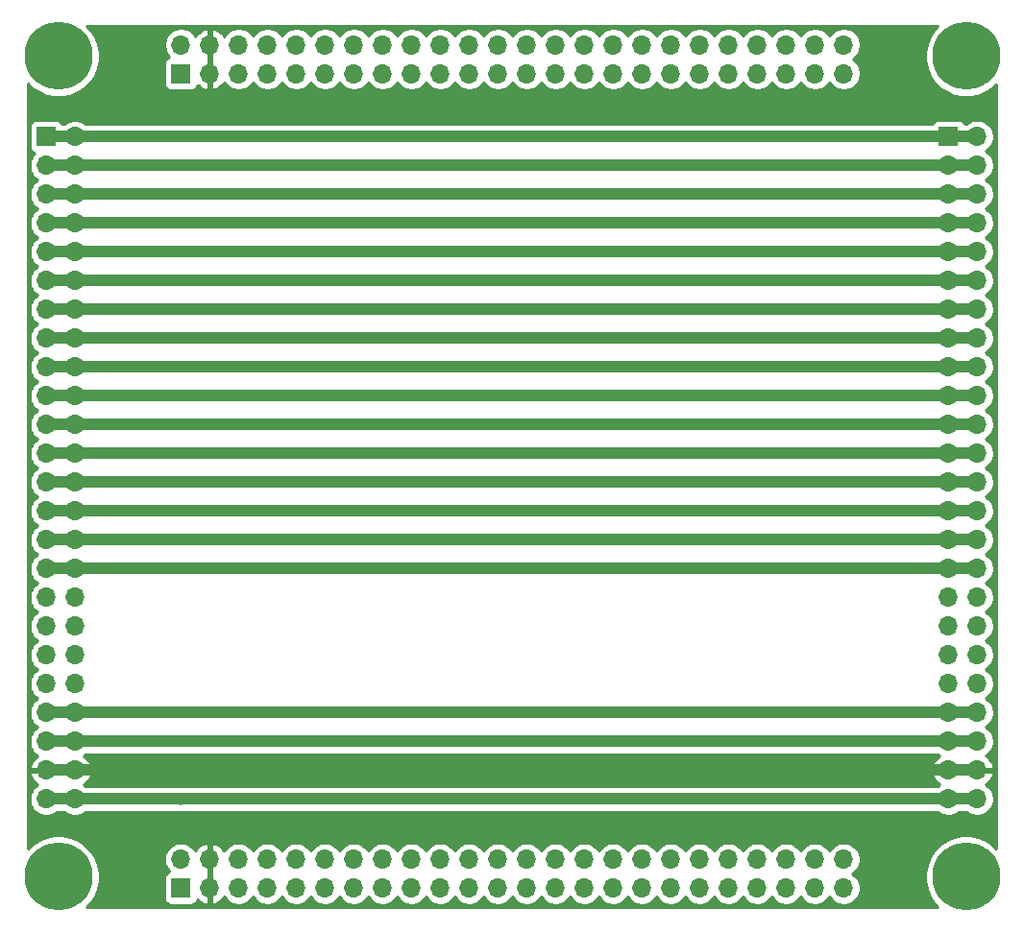
<source format=gbr>
%TF.GenerationSoftware,KiCad,Pcbnew,(5.1.10-1-10_14)*%
%TF.CreationDate,2021-09-15T12:17:34-04:00*%
%TF.ProjectId,prototype-bus-board,70726f74-6f74-4797-9065-2d6275732d62,rev?*%
%TF.SameCoordinates,Original*%
%TF.FileFunction,Copper,L2,Bot*%
%TF.FilePolarity,Positive*%
%FSLAX46Y46*%
G04 Gerber Fmt 4.6, Leading zero omitted, Abs format (unit mm)*
G04 Created by KiCad (PCBNEW (5.1.10-1-10_14)) date 2021-09-15 12:17:34*
%MOMM*%
%LPD*%
G01*
G04 APERTURE LIST*
%TA.AperFunction,ComponentPad*%
%ADD10C,0.800000*%
%TD*%
%TA.AperFunction,ComponentPad*%
%ADD11C,6.000000*%
%TD*%
%TA.AperFunction,ComponentPad*%
%ADD12O,1.700000X1.700000*%
%TD*%
%TA.AperFunction,ComponentPad*%
%ADD13R,1.700000X1.700000*%
%TD*%
%TA.AperFunction,ViaPad*%
%ADD14C,0.800000*%
%TD*%
%TA.AperFunction,Conductor*%
%ADD15C,1.000000*%
%TD*%
%TA.AperFunction,Conductor*%
%ADD16C,0.254000*%
%TD*%
%TA.AperFunction,Conductor*%
%ADD17C,0.100000*%
%TD*%
G04 APERTURE END LIST*
D10*
%TO.P,REF\u002A\u002A,1*%
%TO.N,N/C*%
X181168990Y-57845010D03*
X179578000Y-57186000D03*
X177987010Y-57845010D03*
X177328000Y-59436000D03*
X177987010Y-61026990D03*
X179578000Y-61686000D03*
X181168990Y-61026990D03*
X181828000Y-59436000D03*
D11*
X179578000Y-59436000D03*
%TD*%
%TO.P,REF\u002A\u002A,1*%
%TO.N,N/C*%
X179578000Y-131826000D03*
D10*
X181828000Y-131826000D03*
X181168990Y-133416990D03*
X179578000Y-134076000D03*
X177987010Y-133416990D03*
X177328000Y-131826000D03*
X177987010Y-130235010D03*
X179578000Y-129576000D03*
X181168990Y-130235010D03*
%TD*%
%TO.P,REF\u002A\u002A,1*%
%TO.N,N/C*%
X261178990Y-130235010D03*
X259588000Y-129576000D03*
X257997010Y-130235010D03*
X257338000Y-131826000D03*
X257997010Y-133416990D03*
X259588000Y-134076000D03*
X261178990Y-133416990D03*
X261838000Y-131826000D03*
D11*
X259588000Y-131826000D03*
%TD*%
%TO.P,REF\u002A\u002A,1*%
%TO.N,N/C*%
X259588000Y-59436000D03*
D10*
X261838000Y-59436000D03*
X261178990Y-61026990D03*
X259588000Y-61686000D03*
X257997010Y-61026990D03*
X257338000Y-59436000D03*
X257997010Y-57845010D03*
X259588000Y-57186000D03*
X261178990Y-57845010D03*
%TD*%
D12*
%TO.P,J4,48*%
%TO.N,Net-(J1-Pad1)*%
X248800000Y-58430000D03*
%TO.P,J4,47*%
X248800000Y-60970000D03*
%TO.P,J4,46*%
%TO.N,Net-(J1-Pad3)*%
X246260000Y-58430000D03*
%TO.P,J4,45*%
X246260000Y-60970000D03*
%TO.P,J4,44*%
%TO.N,Net-(J1-Pad5)*%
X243720000Y-58430000D03*
%TO.P,J4,43*%
X243720000Y-60970000D03*
%TO.P,J4,42*%
%TO.N,Net-(J1-Pad7)*%
X241180000Y-58430000D03*
%TO.P,J4,41*%
X241180000Y-60970000D03*
%TO.P,J4,40*%
%TO.N,Net-(J1-Pad10)*%
X238640000Y-58430000D03*
%TO.P,J4,39*%
X238640000Y-60970000D03*
%TO.P,J4,38*%
%TO.N,Net-(J1-Pad11)*%
X236100000Y-58430000D03*
%TO.P,J4,37*%
X236100000Y-60970000D03*
%TO.P,J4,36*%
%TO.N,Net-(J1-Pad13)*%
X233560000Y-58430000D03*
%TO.P,J4,35*%
X233560000Y-60970000D03*
%TO.P,J4,34*%
%TO.N,Net-(J1-Pad15)*%
X231020000Y-58430000D03*
%TO.P,J4,33*%
X231020000Y-60970000D03*
%TO.P,J4,32*%
%TO.N,Net-(J1-Pad17)*%
X228480000Y-58430000D03*
%TO.P,J4,31*%
X228480000Y-60970000D03*
%TO.P,J4,30*%
%TO.N,Net-(J1-Pad19)*%
X225940000Y-58430000D03*
%TO.P,J4,29*%
X225940000Y-60970000D03*
%TO.P,J4,28*%
%TO.N,Net-(J1-Pad21)*%
X223400000Y-58430000D03*
%TO.P,J4,27*%
X223400000Y-60970000D03*
%TO.P,J4,26*%
%TO.N,Net-(J1-Pad23)*%
X220860000Y-58430000D03*
%TO.P,J4,25*%
X220860000Y-60970000D03*
%TO.P,J4,24*%
%TO.N,Net-(J1-Pad25)*%
X218320000Y-58430000D03*
%TO.P,J4,23*%
X218320000Y-60970000D03*
%TO.P,J4,22*%
%TO.N,Net-(J1-Pad27)*%
X215780000Y-58430000D03*
%TO.P,J4,21*%
X215780000Y-60970000D03*
%TO.P,J4,20*%
%TO.N,Net-(J1-Pad29)*%
X213240000Y-58430000D03*
%TO.P,J4,19*%
X213240000Y-60970000D03*
%TO.P,J4,18*%
%TO.N,Net-(J1-Pad31)*%
X210700000Y-58430000D03*
%TO.P,J4,17*%
X210700000Y-60970000D03*
%TO.P,J4,16*%
%TO.N,Net-(J4-Pad15)*%
X208160000Y-58430000D03*
%TO.P,J4,15*%
X208160000Y-60970000D03*
%TO.P,J4,14*%
%TO.N,Net-(J4-Pad13)*%
X205620000Y-58430000D03*
%TO.P,J4,13*%
X205620000Y-60970000D03*
%TO.P,J4,12*%
%TO.N,Net-(J4-Pad11)*%
X203080000Y-58430000D03*
%TO.P,J4,11*%
X203080000Y-60970000D03*
%TO.P,J4,10*%
%TO.N,Net-(J4-Pad10)*%
X200540000Y-58430000D03*
%TO.P,J4,9*%
X200540000Y-60970000D03*
%TO.P,J4,8*%
%TO.N,Net-(J1-Pad41)*%
X198000000Y-58430000D03*
%TO.P,J4,7*%
X198000000Y-60970000D03*
%TO.P,J4,6*%
%TO.N,Net-(J1-Pad43)*%
X195460000Y-58430000D03*
%TO.P,J4,5*%
X195460000Y-60970000D03*
%TO.P,J4,4*%
%TO.N,GND*%
X192920000Y-58430000D03*
%TO.P,J4,3*%
X192920000Y-60970000D03*
%TO.P,J4,2*%
%TO.N,VCC*%
X190380000Y-58430000D03*
D13*
%TO.P,J4,1*%
X190380000Y-60970000D03*
%TD*%
D12*
%TO.P,J3,48*%
%TO.N,Net-(J1-Pad1)*%
X248790000Y-130280000D03*
%TO.P,J3,47*%
X248790000Y-132820000D03*
%TO.P,J3,46*%
%TO.N,Net-(J1-Pad3)*%
X246250000Y-130280000D03*
%TO.P,J3,45*%
X246250000Y-132820000D03*
%TO.P,J3,44*%
%TO.N,Net-(J1-Pad5)*%
X243710000Y-130280000D03*
%TO.P,J3,43*%
X243710000Y-132820000D03*
%TO.P,J3,42*%
%TO.N,Net-(J1-Pad7)*%
X241170000Y-130280000D03*
%TO.P,J3,41*%
X241170000Y-132820000D03*
%TO.P,J3,40*%
%TO.N,Net-(J1-Pad10)*%
X238630000Y-130280000D03*
%TO.P,J3,39*%
X238630000Y-132820000D03*
%TO.P,J3,38*%
%TO.N,Net-(J1-Pad11)*%
X236090000Y-130280000D03*
%TO.P,J3,37*%
X236090000Y-132820000D03*
%TO.P,J3,36*%
%TO.N,Net-(J1-Pad13)*%
X233550000Y-130280000D03*
%TO.P,J3,35*%
X233550000Y-132820000D03*
%TO.P,J3,34*%
%TO.N,Net-(J1-Pad15)*%
X231010000Y-130280000D03*
%TO.P,J3,33*%
X231010000Y-132820000D03*
%TO.P,J3,32*%
%TO.N,Net-(J1-Pad17)*%
X228470000Y-130280000D03*
%TO.P,J3,31*%
X228470000Y-132820000D03*
%TO.P,J3,30*%
%TO.N,Net-(J1-Pad19)*%
X225930000Y-130280000D03*
%TO.P,J3,29*%
X225930000Y-132820000D03*
%TO.P,J3,28*%
%TO.N,Net-(J1-Pad21)*%
X223390000Y-130280000D03*
%TO.P,J3,27*%
X223390000Y-132820000D03*
%TO.P,J3,26*%
%TO.N,Net-(J1-Pad23)*%
X220850000Y-130280000D03*
%TO.P,J3,25*%
X220850000Y-132820000D03*
%TO.P,J3,24*%
%TO.N,Net-(J1-Pad25)*%
X218310000Y-130280000D03*
%TO.P,J3,23*%
X218310000Y-132820000D03*
%TO.P,J3,22*%
%TO.N,Net-(J1-Pad27)*%
X215770000Y-130280000D03*
%TO.P,J3,21*%
X215770000Y-132820000D03*
%TO.P,J3,20*%
%TO.N,Net-(J1-Pad29)*%
X213230000Y-130280000D03*
%TO.P,J3,19*%
X213230000Y-132820000D03*
%TO.P,J3,18*%
%TO.N,Net-(J1-Pad31)*%
X210690000Y-130280000D03*
%TO.P,J3,17*%
X210690000Y-132820000D03*
%TO.P,J3,16*%
%TO.N,Net-(J3-Pad15)*%
X208150000Y-130280000D03*
%TO.P,J3,15*%
X208150000Y-132820000D03*
%TO.P,J3,14*%
%TO.N,Net-(J3-Pad13)*%
X205610000Y-130280000D03*
%TO.P,J3,13*%
X205610000Y-132820000D03*
%TO.P,J3,12*%
%TO.N,Net-(J3-Pad11)*%
X203070000Y-130280000D03*
%TO.P,J3,11*%
X203070000Y-132820000D03*
%TO.P,J3,10*%
%TO.N,Net-(J3-Pad10)*%
X200530000Y-130280000D03*
%TO.P,J3,9*%
X200530000Y-132820000D03*
%TO.P,J3,8*%
%TO.N,Net-(J1-Pad41)*%
X197990000Y-130280000D03*
%TO.P,J3,7*%
X197990000Y-132820000D03*
%TO.P,J3,6*%
%TO.N,Net-(J1-Pad43)*%
X195450000Y-130280000D03*
%TO.P,J3,5*%
X195450000Y-132820000D03*
%TO.P,J3,4*%
%TO.N,GND*%
X192910000Y-130280000D03*
%TO.P,J3,3*%
X192910000Y-132820000D03*
%TO.P,J3,2*%
%TO.N,VCC*%
X190370000Y-130280000D03*
D13*
%TO.P,J3,1*%
X190370000Y-132820000D03*
%TD*%
D12*
%TO.P,J2,48*%
%TO.N,VCC*%
X260560000Y-124960000D03*
%TO.P,J2,47*%
X258020000Y-124960000D03*
%TO.P,J2,46*%
%TO.N,GND*%
X260560000Y-122420000D03*
%TO.P,J2,45*%
X258020000Y-122420000D03*
%TO.P,J2,44*%
%TO.N,Net-(J1-Pad43)*%
X260560000Y-119880000D03*
%TO.P,J2,43*%
X258020000Y-119880000D03*
%TO.P,J2,42*%
%TO.N,Net-(J1-Pad41)*%
X260560000Y-117340000D03*
%TO.P,J2,41*%
X258020000Y-117340000D03*
%TO.P,J2,40*%
%TO.N,Net-(J2-Pad39)*%
X260560000Y-114800000D03*
%TO.P,J2,39*%
X258020000Y-114800000D03*
%TO.P,J2,38*%
%TO.N,Net-(J2-Pad37)*%
X260560000Y-112260000D03*
%TO.P,J2,37*%
X258020000Y-112260000D03*
%TO.P,J2,36*%
%TO.N,Net-(J2-Pad35)*%
X260560000Y-109720000D03*
%TO.P,J2,35*%
X258020000Y-109720000D03*
%TO.P,J2,34*%
%TO.N,Net-(J2-Pad33)*%
X260560000Y-107180000D03*
%TO.P,J2,33*%
X258020000Y-107180000D03*
%TO.P,J2,32*%
%TO.N,Net-(J1-Pad31)*%
X260560000Y-104640000D03*
%TO.P,J2,31*%
X258020000Y-104640000D03*
%TO.P,J2,30*%
%TO.N,Net-(J1-Pad29)*%
X260560000Y-102100000D03*
%TO.P,J2,29*%
X258020000Y-102100000D03*
%TO.P,J2,28*%
%TO.N,Net-(J1-Pad27)*%
X260560000Y-99560000D03*
%TO.P,J2,27*%
X258020000Y-99560000D03*
%TO.P,J2,26*%
%TO.N,Net-(J1-Pad25)*%
X260560000Y-97020000D03*
%TO.P,J2,25*%
X258020000Y-97020000D03*
%TO.P,J2,24*%
%TO.N,Net-(J1-Pad23)*%
X260560000Y-94480000D03*
%TO.P,J2,23*%
X258020000Y-94480000D03*
%TO.P,J2,22*%
%TO.N,Net-(J1-Pad21)*%
X260560000Y-91940000D03*
%TO.P,J2,21*%
X258020000Y-91940000D03*
%TO.P,J2,20*%
%TO.N,Net-(J1-Pad19)*%
X260560000Y-89400000D03*
%TO.P,J2,19*%
X258020000Y-89400000D03*
%TO.P,J2,18*%
%TO.N,Net-(J1-Pad17)*%
X260560000Y-86860000D03*
%TO.P,J2,17*%
X258020000Y-86860000D03*
%TO.P,J2,16*%
%TO.N,Net-(J1-Pad15)*%
X260560000Y-84320000D03*
%TO.P,J2,15*%
X258020000Y-84320000D03*
%TO.P,J2,14*%
%TO.N,Net-(J1-Pad13)*%
X260560000Y-81780000D03*
%TO.P,J2,13*%
X258020000Y-81780000D03*
%TO.P,J2,12*%
%TO.N,Net-(J1-Pad11)*%
X260560000Y-79240000D03*
%TO.P,J2,11*%
X258020000Y-79240000D03*
%TO.P,J2,10*%
%TO.N,Net-(J1-Pad10)*%
X260560000Y-76700000D03*
%TO.P,J2,9*%
X258020000Y-76700000D03*
%TO.P,J2,8*%
%TO.N,Net-(J1-Pad7)*%
X260560000Y-74160000D03*
%TO.P,J2,7*%
X258020000Y-74160000D03*
%TO.P,J2,6*%
%TO.N,Net-(J1-Pad5)*%
X260560000Y-71620000D03*
%TO.P,J2,5*%
X258020000Y-71620000D03*
%TO.P,J2,4*%
%TO.N,Net-(J1-Pad3)*%
X260560000Y-69080000D03*
%TO.P,J2,3*%
X258020000Y-69080000D03*
%TO.P,J2,2*%
%TO.N,Net-(J1-Pad1)*%
X260560000Y-66540000D03*
D13*
%TO.P,J2,1*%
X258020000Y-66540000D03*
%TD*%
D12*
%TO.P,J1,48*%
%TO.N,VCC*%
X181038000Y-124974000D03*
%TO.P,J1,47*%
X178498000Y-124974000D03*
%TO.P,J1,46*%
%TO.N,GND*%
X181038000Y-122434000D03*
%TO.P,J1,45*%
X178498000Y-122434000D03*
%TO.P,J1,44*%
%TO.N,Net-(J1-Pad43)*%
X181038000Y-119894000D03*
%TO.P,J1,43*%
X178498000Y-119894000D03*
%TO.P,J1,42*%
%TO.N,Net-(J1-Pad41)*%
X181038000Y-117354000D03*
%TO.P,J1,41*%
X178498000Y-117354000D03*
%TO.P,J1,40*%
%TO.N,Net-(J1-Pad39)*%
X181038000Y-114814000D03*
%TO.P,J1,39*%
X178498000Y-114814000D03*
%TO.P,J1,38*%
%TO.N,Net-(J1-Pad37)*%
X181038000Y-112274000D03*
%TO.P,J1,37*%
X178498000Y-112274000D03*
%TO.P,J1,36*%
%TO.N,Net-(J1-Pad35)*%
X181038000Y-109734000D03*
%TO.P,J1,35*%
X178498000Y-109734000D03*
%TO.P,J1,34*%
%TO.N,Net-(J1-Pad33)*%
X181038000Y-107194000D03*
%TO.P,J1,33*%
X178498000Y-107194000D03*
%TO.P,J1,32*%
%TO.N,Net-(J1-Pad31)*%
X181038000Y-104654000D03*
%TO.P,J1,31*%
X178498000Y-104654000D03*
%TO.P,J1,30*%
%TO.N,Net-(J1-Pad29)*%
X181038000Y-102114000D03*
%TO.P,J1,29*%
X178498000Y-102114000D03*
%TO.P,J1,28*%
%TO.N,Net-(J1-Pad27)*%
X181038000Y-99574000D03*
%TO.P,J1,27*%
X178498000Y-99574000D03*
%TO.P,J1,26*%
%TO.N,Net-(J1-Pad25)*%
X181038000Y-97034000D03*
%TO.P,J1,25*%
X178498000Y-97034000D03*
%TO.P,J1,24*%
%TO.N,Net-(J1-Pad23)*%
X181038000Y-94494000D03*
%TO.P,J1,23*%
X178498000Y-94494000D03*
%TO.P,J1,22*%
%TO.N,Net-(J1-Pad21)*%
X181038000Y-91954000D03*
%TO.P,J1,21*%
X178498000Y-91954000D03*
%TO.P,J1,20*%
%TO.N,Net-(J1-Pad19)*%
X181038000Y-89414000D03*
%TO.P,J1,19*%
X178498000Y-89414000D03*
%TO.P,J1,18*%
%TO.N,Net-(J1-Pad17)*%
X181038000Y-86874000D03*
%TO.P,J1,17*%
X178498000Y-86874000D03*
%TO.P,J1,16*%
%TO.N,Net-(J1-Pad15)*%
X181038000Y-84334000D03*
%TO.P,J1,15*%
X178498000Y-84334000D03*
%TO.P,J1,14*%
%TO.N,Net-(J1-Pad13)*%
X181038000Y-81794000D03*
%TO.P,J1,13*%
X178498000Y-81794000D03*
%TO.P,J1,12*%
%TO.N,Net-(J1-Pad11)*%
X181038000Y-79254000D03*
%TO.P,J1,11*%
X178498000Y-79254000D03*
%TO.P,J1,10*%
%TO.N,Net-(J1-Pad10)*%
X181038000Y-76714000D03*
%TO.P,J1,9*%
X178498000Y-76714000D03*
%TO.P,J1,8*%
%TO.N,Net-(J1-Pad7)*%
X181038000Y-74174000D03*
%TO.P,J1,7*%
X178498000Y-74174000D03*
%TO.P,J1,6*%
%TO.N,Net-(J1-Pad5)*%
X181038000Y-71634000D03*
%TO.P,J1,5*%
X178498000Y-71634000D03*
%TO.P,J1,4*%
%TO.N,Net-(J1-Pad3)*%
X181038000Y-69094000D03*
%TO.P,J1,3*%
X178498000Y-69094000D03*
%TO.P,J1,2*%
%TO.N,Net-(J1-Pad1)*%
X181038000Y-66554000D03*
D13*
%TO.P,J1,1*%
X178498000Y-66554000D03*
%TD*%
D14*
%TO.N,Net-(J1-Pad43)*%
X195476000Y-119894000D03*
%TO.N,Net-(J1-Pad41)*%
X197990000Y-117350000D03*
%TO.N,Net-(J1-Pad31)*%
X210710000Y-104640000D03*
%TO.N,Net-(J1-Pad29)*%
X213230000Y-102090000D03*
%TO.N,Net-(J1-Pad27)*%
X215780000Y-99550000D03*
%TO.N,Net-(J1-Pad25)*%
X218310000Y-96930000D03*
%TO.N,Net-(J1-Pad23)*%
X220860000Y-94450000D03*
%TO.N,Net-(J1-Pad21)*%
X223390000Y-91900000D03*
%TO.N,Net-(J1-Pad19)*%
X225940000Y-89480000D03*
%TO.N,Net-(J1-Pad17)*%
X228506000Y-86874000D03*
%TO.N,Net-(J1-Pad15)*%
X231020000Y-84300000D03*
%TO.N,Net-(J1-Pad13)*%
X233550000Y-81850000D03*
%TO.N,Net-(J1-Pad11)*%
X236100000Y-79200000D03*
%TO.N,Net-(J1-Pad10)*%
X238630000Y-76710000D03*
%TO.N,Net-(J1-Pad7)*%
X241220000Y-74160000D03*
%TO.N,Net-(J1-Pad5)*%
X243710000Y-71710000D03*
%TO.N,Net-(J1-Pad3)*%
X246220000Y-69080000D03*
%TO.N,Net-(J1-Pad1)*%
X248790000Y-66510000D03*
%TO.N,VCC*%
X190380000Y-125070000D03*
%TO.N,GND*%
X192910000Y-122500000D03*
%TD*%
D15*
%TO.N,Net-(J1-Pad43)*%
X260546000Y-119894000D02*
X260560000Y-119880000D01*
X178498000Y-119894000D02*
X195476000Y-119894000D01*
X195476000Y-119894000D02*
X260546000Y-119894000D01*
%TO.N,Net-(J1-Pad41)*%
X178512000Y-117340000D02*
X178498000Y-117354000D01*
X260560000Y-117340000D02*
X178512000Y-117340000D01*
%TO.N,Net-(J1-Pad31)*%
X178512000Y-104640000D02*
X178498000Y-104654000D01*
X260560000Y-104640000D02*
X210710000Y-104640000D01*
X210710000Y-104640000D02*
X178512000Y-104640000D01*
%TO.N,Net-(J1-Pad29)*%
X260546000Y-102114000D02*
X260560000Y-102100000D01*
X178498000Y-102114000D02*
X260546000Y-102114000D01*
%TO.N,Net-(J1-Pad27)*%
X178512000Y-99560000D02*
X178498000Y-99574000D01*
X260560000Y-99560000D02*
X178512000Y-99560000D01*
%TO.N,Net-(J1-Pad25)*%
X260546000Y-97034000D02*
X260560000Y-97020000D01*
X178498000Y-97034000D02*
X260546000Y-97034000D01*
%TO.N,Net-(J1-Pad23)*%
X178512000Y-94480000D02*
X178498000Y-94494000D01*
X260560000Y-94480000D02*
X178512000Y-94480000D01*
%TO.N,Net-(J1-Pad21)*%
X260546000Y-91954000D02*
X260560000Y-91940000D01*
X178498000Y-91954000D02*
X260546000Y-91954000D01*
%TO.N,Net-(J1-Pad19)*%
X178512000Y-89400000D02*
X178498000Y-89414000D01*
X260560000Y-89400000D02*
X178512000Y-89400000D01*
%TO.N,Net-(J1-Pad17)*%
X260546000Y-86874000D02*
X260560000Y-86860000D01*
X178498000Y-86874000D02*
X228506000Y-86874000D01*
X228506000Y-86874000D02*
X260546000Y-86874000D01*
%TO.N,Net-(J1-Pad15)*%
X178512000Y-84320000D02*
X178498000Y-84334000D01*
X260560000Y-84320000D02*
X178512000Y-84320000D01*
%TO.N,Net-(J1-Pad13)*%
X260546000Y-81794000D02*
X260560000Y-81780000D01*
X178498000Y-81794000D02*
X260546000Y-81794000D01*
%TO.N,Net-(J1-Pad11)*%
X178512000Y-79240000D02*
X178498000Y-79254000D01*
X260560000Y-79240000D02*
X178512000Y-79240000D01*
%TO.N,Net-(J1-Pad10)*%
X260546000Y-76714000D02*
X260560000Y-76700000D01*
X178498000Y-76714000D02*
X260546000Y-76714000D01*
%TO.N,Net-(J1-Pad7)*%
X178512000Y-74160000D02*
X178498000Y-74174000D01*
X260560000Y-74160000D02*
X241220000Y-74160000D01*
X241220000Y-74160000D02*
X178512000Y-74160000D01*
%TO.N,Net-(J1-Pad5)*%
X260546000Y-71634000D02*
X260560000Y-71620000D01*
X178498000Y-71634000D02*
X260546000Y-71634000D01*
%TO.N,Net-(J1-Pad3)*%
X178512000Y-69080000D02*
X178498000Y-69094000D01*
X260560000Y-69080000D02*
X246220000Y-69080000D01*
X246220000Y-69080000D02*
X178512000Y-69080000D01*
%TO.N,Net-(J1-Pad1)*%
X260546000Y-66554000D02*
X260560000Y-66540000D01*
X178498000Y-66554000D02*
X260546000Y-66554000D01*
%TO.N,VCC*%
X260546000Y-124974000D02*
X260560000Y-124960000D01*
X178498000Y-124974000D02*
X260546000Y-124974000D01*
%TO.N,GND*%
X178512000Y-122420000D02*
X178498000Y-122434000D01*
X260560000Y-122420000D02*
X178512000Y-122420000D01*
%TD*%
D16*
%TO.N,GND*%
X256764511Y-57118823D02*
X256366705Y-57714182D01*
X256092691Y-58375710D01*
X255953000Y-59077984D01*
X255953000Y-59794016D01*
X256092691Y-60496290D01*
X256366705Y-61157818D01*
X256764511Y-61753177D01*
X257270823Y-62259489D01*
X257866182Y-62657295D01*
X258527710Y-62931309D01*
X259229984Y-63071000D01*
X259946016Y-63071000D01*
X260648290Y-62931309D01*
X261309818Y-62657295D01*
X261905177Y-62259489D01*
X262230000Y-61934666D01*
X262230001Y-129327335D01*
X261905177Y-129002511D01*
X261309818Y-128604705D01*
X260648290Y-128330691D01*
X259946016Y-128191000D01*
X259229984Y-128191000D01*
X258527710Y-128330691D01*
X257866182Y-128604705D01*
X257270823Y-129002511D01*
X256764511Y-129508823D01*
X256366705Y-130104182D01*
X256092691Y-130765710D01*
X255953000Y-131467984D01*
X255953000Y-132184016D01*
X256092691Y-132886290D01*
X256366705Y-133547818D01*
X256764511Y-134143177D01*
X257089334Y-134468000D01*
X182076666Y-134468000D01*
X182401489Y-134143177D01*
X182799295Y-133547818D01*
X183073309Y-132886290D01*
X183213000Y-132184016D01*
X183213000Y-131970000D01*
X188881928Y-131970000D01*
X188881928Y-133670000D01*
X188894188Y-133794482D01*
X188930498Y-133914180D01*
X188989463Y-134024494D01*
X189068815Y-134121185D01*
X189165506Y-134200537D01*
X189275820Y-134259502D01*
X189395518Y-134295812D01*
X189520000Y-134308072D01*
X191220000Y-134308072D01*
X191344482Y-134295812D01*
X191464180Y-134259502D01*
X191574494Y-134200537D01*
X191671185Y-134121185D01*
X191750537Y-134024494D01*
X191809502Y-133914180D01*
X191833966Y-133833534D01*
X191909731Y-133917588D01*
X192143080Y-134091641D01*
X192405901Y-134216825D01*
X192553110Y-134261476D01*
X192783000Y-134140155D01*
X192783000Y-132947000D01*
X192763000Y-132947000D01*
X192763000Y-132693000D01*
X192783000Y-132693000D01*
X192783000Y-130407000D01*
X192763000Y-130407000D01*
X192763000Y-130153000D01*
X192783000Y-130153000D01*
X192783000Y-128959845D01*
X193037000Y-128959845D01*
X193037000Y-130153000D01*
X193057000Y-130153000D01*
X193057000Y-130407000D01*
X193037000Y-130407000D01*
X193037000Y-132693000D01*
X193057000Y-132693000D01*
X193057000Y-132947000D01*
X193037000Y-132947000D01*
X193037000Y-134140155D01*
X193266890Y-134261476D01*
X193414099Y-134216825D01*
X193676920Y-134091641D01*
X193910269Y-133917588D01*
X194105178Y-133701355D01*
X194174805Y-133584466D01*
X194296525Y-133766632D01*
X194503368Y-133973475D01*
X194746589Y-134135990D01*
X195016842Y-134247932D01*
X195303740Y-134305000D01*
X195596260Y-134305000D01*
X195883158Y-134247932D01*
X196153411Y-134135990D01*
X196396632Y-133973475D01*
X196603475Y-133766632D01*
X196720000Y-133592240D01*
X196836525Y-133766632D01*
X197043368Y-133973475D01*
X197286589Y-134135990D01*
X197556842Y-134247932D01*
X197843740Y-134305000D01*
X198136260Y-134305000D01*
X198423158Y-134247932D01*
X198693411Y-134135990D01*
X198936632Y-133973475D01*
X199143475Y-133766632D01*
X199260000Y-133592240D01*
X199376525Y-133766632D01*
X199583368Y-133973475D01*
X199826589Y-134135990D01*
X200096842Y-134247932D01*
X200383740Y-134305000D01*
X200676260Y-134305000D01*
X200963158Y-134247932D01*
X201233411Y-134135990D01*
X201476632Y-133973475D01*
X201683475Y-133766632D01*
X201800000Y-133592240D01*
X201916525Y-133766632D01*
X202123368Y-133973475D01*
X202366589Y-134135990D01*
X202636842Y-134247932D01*
X202923740Y-134305000D01*
X203216260Y-134305000D01*
X203503158Y-134247932D01*
X203773411Y-134135990D01*
X204016632Y-133973475D01*
X204223475Y-133766632D01*
X204340000Y-133592240D01*
X204456525Y-133766632D01*
X204663368Y-133973475D01*
X204906589Y-134135990D01*
X205176842Y-134247932D01*
X205463740Y-134305000D01*
X205756260Y-134305000D01*
X206043158Y-134247932D01*
X206313411Y-134135990D01*
X206556632Y-133973475D01*
X206763475Y-133766632D01*
X206880000Y-133592240D01*
X206996525Y-133766632D01*
X207203368Y-133973475D01*
X207446589Y-134135990D01*
X207716842Y-134247932D01*
X208003740Y-134305000D01*
X208296260Y-134305000D01*
X208583158Y-134247932D01*
X208853411Y-134135990D01*
X209096632Y-133973475D01*
X209303475Y-133766632D01*
X209420000Y-133592240D01*
X209536525Y-133766632D01*
X209743368Y-133973475D01*
X209986589Y-134135990D01*
X210256842Y-134247932D01*
X210543740Y-134305000D01*
X210836260Y-134305000D01*
X211123158Y-134247932D01*
X211393411Y-134135990D01*
X211636632Y-133973475D01*
X211843475Y-133766632D01*
X211960000Y-133592240D01*
X212076525Y-133766632D01*
X212283368Y-133973475D01*
X212526589Y-134135990D01*
X212796842Y-134247932D01*
X213083740Y-134305000D01*
X213376260Y-134305000D01*
X213663158Y-134247932D01*
X213933411Y-134135990D01*
X214176632Y-133973475D01*
X214383475Y-133766632D01*
X214500000Y-133592240D01*
X214616525Y-133766632D01*
X214823368Y-133973475D01*
X215066589Y-134135990D01*
X215336842Y-134247932D01*
X215623740Y-134305000D01*
X215916260Y-134305000D01*
X216203158Y-134247932D01*
X216473411Y-134135990D01*
X216716632Y-133973475D01*
X216923475Y-133766632D01*
X217040000Y-133592240D01*
X217156525Y-133766632D01*
X217363368Y-133973475D01*
X217606589Y-134135990D01*
X217876842Y-134247932D01*
X218163740Y-134305000D01*
X218456260Y-134305000D01*
X218743158Y-134247932D01*
X219013411Y-134135990D01*
X219256632Y-133973475D01*
X219463475Y-133766632D01*
X219580000Y-133592240D01*
X219696525Y-133766632D01*
X219903368Y-133973475D01*
X220146589Y-134135990D01*
X220416842Y-134247932D01*
X220703740Y-134305000D01*
X220996260Y-134305000D01*
X221283158Y-134247932D01*
X221553411Y-134135990D01*
X221796632Y-133973475D01*
X222003475Y-133766632D01*
X222120000Y-133592240D01*
X222236525Y-133766632D01*
X222443368Y-133973475D01*
X222686589Y-134135990D01*
X222956842Y-134247932D01*
X223243740Y-134305000D01*
X223536260Y-134305000D01*
X223823158Y-134247932D01*
X224093411Y-134135990D01*
X224336632Y-133973475D01*
X224543475Y-133766632D01*
X224660000Y-133592240D01*
X224776525Y-133766632D01*
X224983368Y-133973475D01*
X225226589Y-134135990D01*
X225496842Y-134247932D01*
X225783740Y-134305000D01*
X226076260Y-134305000D01*
X226363158Y-134247932D01*
X226633411Y-134135990D01*
X226876632Y-133973475D01*
X227083475Y-133766632D01*
X227200000Y-133592240D01*
X227316525Y-133766632D01*
X227523368Y-133973475D01*
X227766589Y-134135990D01*
X228036842Y-134247932D01*
X228323740Y-134305000D01*
X228616260Y-134305000D01*
X228903158Y-134247932D01*
X229173411Y-134135990D01*
X229416632Y-133973475D01*
X229623475Y-133766632D01*
X229740000Y-133592240D01*
X229856525Y-133766632D01*
X230063368Y-133973475D01*
X230306589Y-134135990D01*
X230576842Y-134247932D01*
X230863740Y-134305000D01*
X231156260Y-134305000D01*
X231443158Y-134247932D01*
X231713411Y-134135990D01*
X231956632Y-133973475D01*
X232163475Y-133766632D01*
X232280000Y-133592240D01*
X232396525Y-133766632D01*
X232603368Y-133973475D01*
X232846589Y-134135990D01*
X233116842Y-134247932D01*
X233403740Y-134305000D01*
X233696260Y-134305000D01*
X233983158Y-134247932D01*
X234253411Y-134135990D01*
X234496632Y-133973475D01*
X234703475Y-133766632D01*
X234820000Y-133592240D01*
X234936525Y-133766632D01*
X235143368Y-133973475D01*
X235386589Y-134135990D01*
X235656842Y-134247932D01*
X235943740Y-134305000D01*
X236236260Y-134305000D01*
X236523158Y-134247932D01*
X236793411Y-134135990D01*
X237036632Y-133973475D01*
X237243475Y-133766632D01*
X237360000Y-133592240D01*
X237476525Y-133766632D01*
X237683368Y-133973475D01*
X237926589Y-134135990D01*
X238196842Y-134247932D01*
X238483740Y-134305000D01*
X238776260Y-134305000D01*
X239063158Y-134247932D01*
X239333411Y-134135990D01*
X239576632Y-133973475D01*
X239783475Y-133766632D01*
X239900000Y-133592240D01*
X240016525Y-133766632D01*
X240223368Y-133973475D01*
X240466589Y-134135990D01*
X240736842Y-134247932D01*
X241023740Y-134305000D01*
X241316260Y-134305000D01*
X241603158Y-134247932D01*
X241873411Y-134135990D01*
X242116632Y-133973475D01*
X242323475Y-133766632D01*
X242440000Y-133592240D01*
X242556525Y-133766632D01*
X242763368Y-133973475D01*
X243006589Y-134135990D01*
X243276842Y-134247932D01*
X243563740Y-134305000D01*
X243856260Y-134305000D01*
X244143158Y-134247932D01*
X244413411Y-134135990D01*
X244656632Y-133973475D01*
X244863475Y-133766632D01*
X244980000Y-133592240D01*
X245096525Y-133766632D01*
X245303368Y-133973475D01*
X245546589Y-134135990D01*
X245816842Y-134247932D01*
X246103740Y-134305000D01*
X246396260Y-134305000D01*
X246683158Y-134247932D01*
X246953411Y-134135990D01*
X247196632Y-133973475D01*
X247403475Y-133766632D01*
X247520000Y-133592240D01*
X247636525Y-133766632D01*
X247843368Y-133973475D01*
X248086589Y-134135990D01*
X248356842Y-134247932D01*
X248643740Y-134305000D01*
X248936260Y-134305000D01*
X249223158Y-134247932D01*
X249493411Y-134135990D01*
X249736632Y-133973475D01*
X249943475Y-133766632D01*
X250105990Y-133523411D01*
X250217932Y-133253158D01*
X250275000Y-132966260D01*
X250275000Y-132673740D01*
X250217932Y-132386842D01*
X250105990Y-132116589D01*
X249943475Y-131873368D01*
X249736632Y-131666525D01*
X249562240Y-131550000D01*
X249736632Y-131433475D01*
X249943475Y-131226632D01*
X250105990Y-130983411D01*
X250217932Y-130713158D01*
X250275000Y-130426260D01*
X250275000Y-130133740D01*
X250217932Y-129846842D01*
X250105990Y-129576589D01*
X249943475Y-129333368D01*
X249736632Y-129126525D01*
X249493411Y-128964010D01*
X249223158Y-128852068D01*
X248936260Y-128795000D01*
X248643740Y-128795000D01*
X248356842Y-128852068D01*
X248086589Y-128964010D01*
X247843368Y-129126525D01*
X247636525Y-129333368D01*
X247520000Y-129507760D01*
X247403475Y-129333368D01*
X247196632Y-129126525D01*
X246953411Y-128964010D01*
X246683158Y-128852068D01*
X246396260Y-128795000D01*
X246103740Y-128795000D01*
X245816842Y-128852068D01*
X245546589Y-128964010D01*
X245303368Y-129126525D01*
X245096525Y-129333368D01*
X244980000Y-129507760D01*
X244863475Y-129333368D01*
X244656632Y-129126525D01*
X244413411Y-128964010D01*
X244143158Y-128852068D01*
X243856260Y-128795000D01*
X243563740Y-128795000D01*
X243276842Y-128852068D01*
X243006589Y-128964010D01*
X242763368Y-129126525D01*
X242556525Y-129333368D01*
X242440000Y-129507760D01*
X242323475Y-129333368D01*
X242116632Y-129126525D01*
X241873411Y-128964010D01*
X241603158Y-128852068D01*
X241316260Y-128795000D01*
X241023740Y-128795000D01*
X240736842Y-128852068D01*
X240466589Y-128964010D01*
X240223368Y-129126525D01*
X240016525Y-129333368D01*
X239900000Y-129507760D01*
X239783475Y-129333368D01*
X239576632Y-129126525D01*
X239333411Y-128964010D01*
X239063158Y-128852068D01*
X238776260Y-128795000D01*
X238483740Y-128795000D01*
X238196842Y-128852068D01*
X237926589Y-128964010D01*
X237683368Y-129126525D01*
X237476525Y-129333368D01*
X237360000Y-129507760D01*
X237243475Y-129333368D01*
X237036632Y-129126525D01*
X236793411Y-128964010D01*
X236523158Y-128852068D01*
X236236260Y-128795000D01*
X235943740Y-128795000D01*
X235656842Y-128852068D01*
X235386589Y-128964010D01*
X235143368Y-129126525D01*
X234936525Y-129333368D01*
X234820000Y-129507760D01*
X234703475Y-129333368D01*
X234496632Y-129126525D01*
X234253411Y-128964010D01*
X233983158Y-128852068D01*
X233696260Y-128795000D01*
X233403740Y-128795000D01*
X233116842Y-128852068D01*
X232846589Y-128964010D01*
X232603368Y-129126525D01*
X232396525Y-129333368D01*
X232280000Y-129507760D01*
X232163475Y-129333368D01*
X231956632Y-129126525D01*
X231713411Y-128964010D01*
X231443158Y-128852068D01*
X231156260Y-128795000D01*
X230863740Y-128795000D01*
X230576842Y-128852068D01*
X230306589Y-128964010D01*
X230063368Y-129126525D01*
X229856525Y-129333368D01*
X229740000Y-129507760D01*
X229623475Y-129333368D01*
X229416632Y-129126525D01*
X229173411Y-128964010D01*
X228903158Y-128852068D01*
X228616260Y-128795000D01*
X228323740Y-128795000D01*
X228036842Y-128852068D01*
X227766589Y-128964010D01*
X227523368Y-129126525D01*
X227316525Y-129333368D01*
X227200000Y-129507760D01*
X227083475Y-129333368D01*
X226876632Y-129126525D01*
X226633411Y-128964010D01*
X226363158Y-128852068D01*
X226076260Y-128795000D01*
X225783740Y-128795000D01*
X225496842Y-128852068D01*
X225226589Y-128964010D01*
X224983368Y-129126525D01*
X224776525Y-129333368D01*
X224660000Y-129507760D01*
X224543475Y-129333368D01*
X224336632Y-129126525D01*
X224093411Y-128964010D01*
X223823158Y-128852068D01*
X223536260Y-128795000D01*
X223243740Y-128795000D01*
X222956842Y-128852068D01*
X222686589Y-128964010D01*
X222443368Y-129126525D01*
X222236525Y-129333368D01*
X222120000Y-129507760D01*
X222003475Y-129333368D01*
X221796632Y-129126525D01*
X221553411Y-128964010D01*
X221283158Y-128852068D01*
X220996260Y-128795000D01*
X220703740Y-128795000D01*
X220416842Y-128852068D01*
X220146589Y-128964010D01*
X219903368Y-129126525D01*
X219696525Y-129333368D01*
X219580000Y-129507760D01*
X219463475Y-129333368D01*
X219256632Y-129126525D01*
X219013411Y-128964010D01*
X218743158Y-128852068D01*
X218456260Y-128795000D01*
X218163740Y-128795000D01*
X217876842Y-128852068D01*
X217606589Y-128964010D01*
X217363368Y-129126525D01*
X217156525Y-129333368D01*
X217040000Y-129507760D01*
X216923475Y-129333368D01*
X216716632Y-129126525D01*
X216473411Y-128964010D01*
X216203158Y-128852068D01*
X215916260Y-128795000D01*
X215623740Y-128795000D01*
X215336842Y-128852068D01*
X215066589Y-128964010D01*
X214823368Y-129126525D01*
X214616525Y-129333368D01*
X214500000Y-129507760D01*
X214383475Y-129333368D01*
X214176632Y-129126525D01*
X213933411Y-128964010D01*
X213663158Y-128852068D01*
X213376260Y-128795000D01*
X213083740Y-128795000D01*
X212796842Y-128852068D01*
X212526589Y-128964010D01*
X212283368Y-129126525D01*
X212076525Y-129333368D01*
X211960000Y-129507760D01*
X211843475Y-129333368D01*
X211636632Y-129126525D01*
X211393411Y-128964010D01*
X211123158Y-128852068D01*
X210836260Y-128795000D01*
X210543740Y-128795000D01*
X210256842Y-128852068D01*
X209986589Y-128964010D01*
X209743368Y-129126525D01*
X209536525Y-129333368D01*
X209420000Y-129507760D01*
X209303475Y-129333368D01*
X209096632Y-129126525D01*
X208853411Y-128964010D01*
X208583158Y-128852068D01*
X208296260Y-128795000D01*
X208003740Y-128795000D01*
X207716842Y-128852068D01*
X207446589Y-128964010D01*
X207203368Y-129126525D01*
X206996525Y-129333368D01*
X206880000Y-129507760D01*
X206763475Y-129333368D01*
X206556632Y-129126525D01*
X206313411Y-128964010D01*
X206043158Y-128852068D01*
X205756260Y-128795000D01*
X205463740Y-128795000D01*
X205176842Y-128852068D01*
X204906589Y-128964010D01*
X204663368Y-129126525D01*
X204456525Y-129333368D01*
X204340000Y-129507760D01*
X204223475Y-129333368D01*
X204016632Y-129126525D01*
X203773411Y-128964010D01*
X203503158Y-128852068D01*
X203216260Y-128795000D01*
X202923740Y-128795000D01*
X202636842Y-128852068D01*
X202366589Y-128964010D01*
X202123368Y-129126525D01*
X201916525Y-129333368D01*
X201800000Y-129507760D01*
X201683475Y-129333368D01*
X201476632Y-129126525D01*
X201233411Y-128964010D01*
X200963158Y-128852068D01*
X200676260Y-128795000D01*
X200383740Y-128795000D01*
X200096842Y-128852068D01*
X199826589Y-128964010D01*
X199583368Y-129126525D01*
X199376525Y-129333368D01*
X199260000Y-129507760D01*
X199143475Y-129333368D01*
X198936632Y-129126525D01*
X198693411Y-128964010D01*
X198423158Y-128852068D01*
X198136260Y-128795000D01*
X197843740Y-128795000D01*
X197556842Y-128852068D01*
X197286589Y-128964010D01*
X197043368Y-129126525D01*
X196836525Y-129333368D01*
X196720000Y-129507760D01*
X196603475Y-129333368D01*
X196396632Y-129126525D01*
X196153411Y-128964010D01*
X195883158Y-128852068D01*
X195596260Y-128795000D01*
X195303740Y-128795000D01*
X195016842Y-128852068D01*
X194746589Y-128964010D01*
X194503368Y-129126525D01*
X194296525Y-129333368D01*
X194174805Y-129515534D01*
X194105178Y-129398645D01*
X193910269Y-129182412D01*
X193676920Y-129008359D01*
X193414099Y-128883175D01*
X193266890Y-128838524D01*
X193037000Y-128959845D01*
X192783000Y-128959845D01*
X192553110Y-128838524D01*
X192405901Y-128883175D01*
X192143080Y-129008359D01*
X191909731Y-129182412D01*
X191714822Y-129398645D01*
X191645195Y-129515534D01*
X191523475Y-129333368D01*
X191316632Y-129126525D01*
X191073411Y-128964010D01*
X190803158Y-128852068D01*
X190516260Y-128795000D01*
X190223740Y-128795000D01*
X189936842Y-128852068D01*
X189666589Y-128964010D01*
X189423368Y-129126525D01*
X189216525Y-129333368D01*
X189054010Y-129576589D01*
X188942068Y-129846842D01*
X188885000Y-130133740D01*
X188885000Y-130426260D01*
X188942068Y-130713158D01*
X189054010Y-130983411D01*
X189216525Y-131226632D01*
X189348380Y-131358487D01*
X189275820Y-131380498D01*
X189165506Y-131439463D01*
X189068815Y-131518815D01*
X188989463Y-131615506D01*
X188930498Y-131725820D01*
X188894188Y-131845518D01*
X188881928Y-131970000D01*
X183213000Y-131970000D01*
X183213000Y-131467984D01*
X183073309Y-130765710D01*
X182799295Y-130104182D01*
X182401489Y-129508823D01*
X181895177Y-129002511D01*
X181299818Y-128604705D01*
X180638290Y-128330691D01*
X179936016Y-128191000D01*
X179219984Y-128191000D01*
X178517710Y-128330691D01*
X177856182Y-128604705D01*
X177260823Y-129002511D01*
X176896000Y-129367334D01*
X176896000Y-124827740D01*
X177013000Y-124827740D01*
X177013000Y-125120260D01*
X177070068Y-125407158D01*
X177182010Y-125677411D01*
X177344525Y-125920632D01*
X177551368Y-126127475D01*
X177794589Y-126289990D01*
X178064842Y-126401932D01*
X178351740Y-126459000D01*
X178644260Y-126459000D01*
X178931158Y-126401932D01*
X179201411Y-126289990D01*
X179444632Y-126127475D01*
X179463107Y-126109000D01*
X180072893Y-126109000D01*
X180091368Y-126127475D01*
X180334589Y-126289990D01*
X180604842Y-126401932D01*
X180891740Y-126459000D01*
X181184260Y-126459000D01*
X181471158Y-126401932D01*
X181741411Y-126289990D01*
X181984632Y-126127475D01*
X182003107Y-126109000D01*
X257068893Y-126109000D01*
X257073368Y-126113475D01*
X257316589Y-126275990D01*
X257586842Y-126387932D01*
X257873740Y-126445000D01*
X258166260Y-126445000D01*
X258453158Y-126387932D01*
X258723411Y-126275990D01*
X258966632Y-126113475D01*
X258971107Y-126109000D01*
X259608893Y-126109000D01*
X259613368Y-126113475D01*
X259856589Y-126275990D01*
X260126842Y-126387932D01*
X260413740Y-126445000D01*
X260706260Y-126445000D01*
X260993158Y-126387932D01*
X261263411Y-126275990D01*
X261506632Y-126113475D01*
X261713475Y-125906632D01*
X261875990Y-125663411D01*
X261987932Y-125393158D01*
X262045000Y-125106260D01*
X262045000Y-124813740D01*
X261987932Y-124526842D01*
X261875990Y-124256589D01*
X261713475Y-124013368D01*
X261506632Y-123806525D01*
X261324466Y-123684805D01*
X261441355Y-123615178D01*
X261657588Y-123420269D01*
X261831641Y-123186920D01*
X261956825Y-122924099D01*
X262001476Y-122776890D01*
X261880155Y-122547000D01*
X260687000Y-122547000D01*
X260687000Y-122567000D01*
X260433000Y-122567000D01*
X260433000Y-122547000D01*
X258147000Y-122547000D01*
X258147000Y-122567000D01*
X257893000Y-122567000D01*
X257893000Y-122547000D01*
X256699845Y-122547000D01*
X256578524Y-122776890D01*
X256623175Y-122924099D01*
X256748359Y-123186920D01*
X256922412Y-123420269D01*
X257138645Y-123615178D01*
X257255534Y-123684805D01*
X257073368Y-123806525D01*
X257040893Y-123839000D01*
X182003107Y-123839000D01*
X181984632Y-123820525D01*
X181802466Y-123698805D01*
X181919355Y-123629178D01*
X182135588Y-123434269D01*
X182309641Y-123200920D01*
X182434825Y-122938099D01*
X182479476Y-122790890D01*
X182358155Y-122561000D01*
X181165000Y-122561000D01*
X181165000Y-122581000D01*
X180911000Y-122581000D01*
X180911000Y-122561000D01*
X178625000Y-122561000D01*
X178625000Y-122581000D01*
X178371000Y-122581000D01*
X178371000Y-122561000D01*
X177177845Y-122561000D01*
X177056524Y-122790890D01*
X177101175Y-122938099D01*
X177226359Y-123200920D01*
X177400412Y-123434269D01*
X177616645Y-123629178D01*
X177733534Y-123698805D01*
X177551368Y-123820525D01*
X177344525Y-124027368D01*
X177182010Y-124270589D01*
X177070068Y-124540842D01*
X177013000Y-124827740D01*
X176896000Y-124827740D01*
X176896000Y-65704000D01*
X177009928Y-65704000D01*
X177009928Y-67404000D01*
X177022188Y-67528482D01*
X177058498Y-67648180D01*
X177117463Y-67758494D01*
X177196815Y-67855185D01*
X177293506Y-67934537D01*
X177403820Y-67993502D01*
X177476380Y-68015513D01*
X177344525Y-68147368D01*
X177182010Y-68390589D01*
X177070068Y-68660842D01*
X177013000Y-68947740D01*
X177013000Y-69240260D01*
X177070068Y-69527158D01*
X177182010Y-69797411D01*
X177344525Y-70040632D01*
X177551368Y-70247475D01*
X177725760Y-70364000D01*
X177551368Y-70480525D01*
X177344525Y-70687368D01*
X177182010Y-70930589D01*
X177070068Y-71200842D01*
X177013000Y-71487740D01*
X177013000Y-71780260D01*
X177070068Y-72067158D01*
X177182010Y-72337411D01*
X177344525Y-72580632D01*
X177551368Y-72787475D01*
X177725760Y-72904000D01*
X177551368Y-73020525D01*
X177344525Y-73227368D01*
X177182010Y-73470589D01*
X177070068Y-73740842D01*
X177013000Y-74027740D01*
X177013000Y-74320260D01*
X177070068Y-74607158D01*
X177182010Y-74877411D01*
X177344525Y-75120632D01*
X177551368Y-75327475D01*
X177725760Y-75444000D01*
X177551368Y-75560525D01*
X177344525Y-75767368D01*
X177182010Y-76010589D01*
X177070068Y-76280842D01*
X177013000Y-76567740D01*
X177013000Y-76860260D01*
X177070068Y-77147158D01*
X177182010Y-77417411D01*
X177344525Y-77660632D01*
X177551368Y-77867475D01*
X177725760Y-77984000D01*
X177551368Y-78100525D01*
X177344525Y-78307368D01*
X177182010Y-78550589D01*
X177070068Y-78820842D01*
X177013000Y-79107740D01*
X177013000Y-79400260D01*
X177070068Y-79687158D01*
X177182010Y-79957411D01*
X177344525Y-80200632D01*
X177551368Y-80407475D01*
X177725760Y-80524000D01*
X177551368Y-80640525D01*
X177344525Y-80847368D01*
X177182010Y-81090589D01*
X177070068Y-81360842D01*
X177013000Y-81647740D01*
X177013000Y-81940260D01*
X177070068Y-82227158D01*
X177182010Y-82497411D01*
X177344525Y-82740632D01*
X177551368Y-82947475D01*
X177725760Y-83064000D01*
X177551368Y-83180525D01*
X177344525Y-83387368D01*
X177182010Y-83630589D01*
X177070068Y-83900842D01*
X177013000Y-84187740D01*
X177013000Y-84480260D01*
X177070068Y-84767158D01*
X177182010Y-85037411D01*
X177344525Y-85280632D01*
X177551368Y-85487475D01*
X177725760Y-85604000D01*
X177551368Y-85720525D01*
X177344525Y-85927368D01*
X177182010Y-86170589D01*
X177070068Y-86440842D01*
X177013000Y-86727740D01*
X177013000Y-87020260D01*
X177070068Y-87307158D01*
X177182010Y-87577411D01*
X177344525Y-87820632D01*
X177551368Y-88027475D01*
X177725760Y-88144000D01*
X177551368Y-88260525D01*
X177344525Y-88467368D01*
X177182010Y-88710589D01*
X177070068Y-88980842D01*
X177013000Y-89267740D01*
X177013000Y-89560260D01*
X177070068Y-89847158D01*
X177182010Y-90117411D01*
X177344525Y-90360632D01*
X177551368Y-90567475D01*
X177725760Y-90684000D01*
X177551368Y-90800525D01*
X177344525Y-91007368D01*
X177182010Y-91250589D01*
X177070068Y-91520842D01*
X177013000Y-91807740D01*
X177013000Y-92100260D01*
X177070068Y-92387158D01*
X177182010Y-92657411D01*
X177344525Y-92900632D01*
X177551368Y-93107475D01*
X177725760Y-93224000D01*
X177551368Y-93340525D01*
X177344525Y-93547368D01*
X177182010Y-93790589D01*
X177070068Y-94060842D01*
X177013000Y-94347740D01*
X177013000Y-94640260D01*
X177070068Y-94927158D01*
X177182010Y-95197411D01*
X177344525Y-95440632D01*
X177551368Y-95647475D01*
X177725760Y-95764000D01*
X177551368Y-95880525D01*
X177344525Y-96087368D01*
X177182010Y-96330589D01*
X177070068Y-96600842D01*
X177013000Y-96887740D01*
X177013000Y-97180260D01*
X177070068Y-97467158D01*
X177182010Y-97737411D01*
X177344525Y-97980632D01*
X177551368Y-98187475D01*
X177725760Y-98304000D01*
X177551368Y-98420525D01*
X177344525Y-98627368D01*
X177182010Y-98870589D01*
X177070068Y-99140842D01*
X177013000Y-99427740D01*
X177013000Y-99720260D01*
X177070068Y-100007158D01*
X177182010Y-100277411D01*
X177344525Y-100520632D01*
X177551368Y-100727475D01*
X177725760Y-100844000D01*
X177551368Y-100960525D01*
X177344525Y-101167368D01*
X177182010Y-101410589D01*
X177070068Y-101680842D01*
X177013000Y-101967740D01*
X177013000Y-102260260D01*
X177070068Y-102547158D01*
X177182010Y-102817411D01*
X177344525Y-103060632D01*
X177551368Y-103267475D01*
X177725760Y-103384000D01*
X177551368Y-103500525D01*
X177344525Y-103707368D01*
X177182010Y-103950589D01*
X177070068Y-104220842D01*
X177013000Y-104507740D01*
X177013000Y-104800260D01*
X177070068Y-105087158D01*
X177182010Y-105357411D01*
X177344525Y-105600632D01*
X177551368Y-105807475D01*
X177725760Y-105924000D01*
X177551368Y-106040525D01*
X177344525Y-106247368D01*
X177182010Y-106490589D01*
X177070068Y-106760842D01*
X177013000Y-107047740D01*
X177013000Y-107340260D01*
X177070068Y-107627158D01*
X177182010Y-107897411D01*
X177344525Y-108140632D01*
X177551368Y-108347475D01*
X177725760Y-108464000D01*
X177551368Y-108580525D01*
X177344525Y-108787368D01*
X177182010Y-109030589D01*
X177070068Y-109300842D01*
X177013000Y-109587740D01*
X177013000Y-109880260D01*
X177070068Y-110167158D01*
X177182010Y-110437411D01*
X177344525Y-110680632D01*
X177551368Y-110887475D01*
X177725760Y-111004000D01*
X177551368Y-111120525D01*
X177344525Y-111327368D01*
X177182010Y-111570589D01*
X177070068Y-111840842D01*
X177013000Y-112127740D01*
X177013000Y-112420260D01*
X177070068Y-112707158D01*
X177182010Y-112977411D01*
X177344525Y-113220632D01*
X177551368Y-113427475D01*
X177725760Y-113544000D01*
X177551368Y-113660525D01*
X177344525Y-113867368D01*
X177182010Y-114110589D01*
X177070068Y-114380842D01*
X177013000Y-114667740D01*
X177013000Y-114960260D01*
X177070068Y-115247158D01*
X177182010Y-115517411D01*
X177344525Y-115760632D01*
X177551368Y-115967475D01*
X177725760Y-116084000D01*
X177551368Y-116200525D01*
X177344525Y-116407368D01*
X177182010Y-116650589D01*
X177070068Y-116920842D01*
X177013000Y-117207740D01*
X177013000Y-117500260D01*
X177070068Y-117787158D01*
X177182010Y-118057411D01*
X177344525Y-118300632D01*
X177551368Y-118507475D01*
X177725760Y-118624000D01*
X177551368Y-118740525D01*
X177344525Y-118947368D01*
X177182010Y-119190589D01*
X177070068Y-119460842D01*
X177013000Y-119747740D01*
X177013000Y-120040260D01*
X177070068Y-120327158D01*
X177182010Y-120597411D01*
X177344525Y-120840632D01*
X177551368Y-121047475D01*
X177733534Y-121169195D01*
X177616645Y-121238822D01*
X177400412Y-121433731D01*
X177226359Y-121667080D01*
X177101175Y-121929901D01*
X177056524Y-122077110D01*
X177177845Y-122307000D01*
X178371000Y-122307000D01*
X178371000Y-122287000D01*
X178625000Y-122287000D01*
X178625000Y-122307000D01*
X180911000Y-122307000D01*
X180911000Y-122287000D01*
X181165000Y-122287000D01*
X181165000Y-122307000D01*
X182358155Y-122307000D01*
X182479476Y-122077110D01*
X182434825Y-121929901D01*
X182309641Y-121667080D01*
X182135588Y-121433731D01*
X181919355Y-121238822D01*
X181802466Y-121169195D01*
X181984632Y-121047475D01*
X182003107Y-121029000D01*
X257068893Y-121029000D01*
X257073368Y-121033475D01*
X257255534Y-121155195D01*
X257138645Y-121224822D01*
X256922412Y-121419731D01*
X256748359Y-121653080D01*
X256623175Y-121915901D01*
X256578524Y-122063110D01*
X256699845Y-122293000D01*
X257893000Y-122293000D01*
X257893000Y-122273000D01*
X258147000Y-122273000D01*
X258147000Y-122293000D01*
X260433000Y-122293000D01*
X260433000Y-122273000D01*
X260687000Y-122273000D01*
X260687000Y-122293000D01*
X261880155Y-122293000D01*
X262001476Y-122063110D01*
X261956825Y-121915901D01*
X261831641Y-121653080D01*
X261657588Y-121419731D01*
X261441355Y-121224822D01*
X261324466Y-121155195D01*
X261506632Y-121033475D01*
X261713475Y-120826632D01*
X261875990Y-120583411D01*
X261987932Y-120313158D01*
X262045000Y-120026260D01*
X262045000Y-119733740D01*
X261987932Y-119446842D01*
X261875990Y-119176589D01*
X261713475Y-118933368D01*
X261506632Y-118726525D01*
X261332240Y-118610000D01*
X261506632Y-118493475D01*
X261713475Y-118286632D01*
X261875990Y-118043411D01*
X261987932Y-117773158D01*
X262045000Y-117486260D01*
X262045000Y-117193740D01*
X261987932Y-116906842D01*
X261875990Y-116636589D01*
X261713475Y-116393368D01*
X261506632Y-116186525D01*
X261332240Y-116070000D01*
X261506632Y-115953475D01*
X261713475Y-115746632D01*
X261875990Y-115503411D01*
X261987932Y-115233158D01*
X262045000Y-114946260D01*
X262045000Y-114653740D01*
X261987932Y-114366842D01*
X261875990Y-114096589D01*
X261713475Y-113853368D01*
X261506632Y-113646525D01*
X261332240Y-113530000D01*
X261506632Y-113413475D01*
X261713475Y-113206632D01*
X261875990Y-112963411D01*
X261987932Y-112693158D01*
X262045000Y-112406260D01*
X262045000Y-112113740D01*
X261987932Y-111826842D01*
X261875990Y-111556589D01*
X261713475Y-111313368D01*
X261506632Y-111106525D01*
X261332240Y-110990000D01*
X261506632Y-110873475D01*
X261713475Y-110666632D01*
X261875990Y-110423411D01*
X261987932Y-110153158D01*
X262045000Y-109866260D01*
X262045000Y-109573740D01*
X261987932Y-109286842D01*
X261875990Y-109016589D01*
X261713475Y-108773368D01*
X261506632Y-108566525D01*
X261332240Y-108450000D01*
X261506632Y-108333475D01*
X261713475Y-108126632D01*
X261875990Y-107883411D01*
X261987932Y-107613158D01*
X262045000Y-107326260D01*
X262045000Y-107033740D01*
X261987932Y-106746842D01*
X261875990Y-106476589D01*
X261713475Y-106233368D01*
X261506632Y-106026525D01*
X261332240Y-105910000D01*
X261506632Y-105793475D01*
X261713475Y-105586632D01*
X261875990Y-105343411D01*
X261987932Y-105073158D01*
X262045000Y-104786260D01*
X262045000Y-104493740D01*
X261987932Y-104206842D01*
X261875990Y-103936589D01*
X261713475Y-103693368D01*
X261506632Y-103486525D01*
X261332240Y-103370000D01*
X261506632Y-103253475D01*
X261713475Y-103046632D01*
X261875990Y-102803411D01*
X261987932Y-102533158D01*
X262045000Y-102246260D01*
X262045000Y-101953740D01*
X261987932Y-101666842D01*
X261875990Y-101396589D01*
X261713475Y-101153368D01*
X261506632Y-100946525D01*
X261332240Y-100830000D01*
X261506632Y-100713475D01*
X261713475Y-100506632D01*
X261875990Y-100263411D01*
X261987932Y-99993158D01*
X262045000Y-99706260D01*
X262045000Y-99413740D01*
X261987932Y-99126842D01*
X261875990Y-98856589D01*
X261713475Y-98613368D01*
X261506632Y-98406525D01*
X261332240Y-98290000D01*
X261506632Y-98173475D01*
X261713475Y-97966632D01*
X261875990Y-97723411D01*
X261987932Y-97453158D01*
X262045000Y-97166260D01*
X262045000Y-96873740D01*
X261987932Y-96586842D01*
X261875990Y-96316589D01*
X261713475Y-96073368D01*
X261506632Y-95866525D01*
X261332240Y-95750000D01*
X261506632Y-95633475D01*
X261713475Y-95426632D01*
X261875990Y-95183411D01*
X261987932Y-94913158D01*
X262045000Y-94626260D01*
X262045000Y-94333740D01*
X261987932Y-94046842D01*
X261875990Y-93776589D01*
X261713475Y-93533368D01*
X261506632Y-93326525D01*
X261332240Y-93210000D01*
X261506632Y-93093475D01*
X261713475Y-92886632D01*
X261875990Y-92643411D01*
X261987932Y-92373158D01*
X262045000Y-92086260D01*
X262045000Y-91793740D01*
X261987932Y-91506842D01*
X261875990Y-91236589D01*
X261713475Y-90993368D01*
X261506632Y-90786525D01*
X261332240Y-90670000D01*
X261506632Y-90553475D01*
X261713475Y-90346632D01*
X261875990Y-90103411D01*
X261987932Y-89833158D01*
X262045000Y-89546260D01*
X262045000Y-89253740D01*
X261987932Y-88966842D01*
X261875990Y-88696589D01*
X261713475Y-88453368D01*
X261506632Y-88246525D01*
X261332240Y-88130000D01*
X261506632Y-88013475D01*
X261713475Y-87806632D01*
X261875990Y-87563411D01*
X261987932Y-87293158D01*
X262045000Y-87006260D01*
X262045000Y-86713740D01*
X261987932Y-86426842D01*
X261875990Y-86156589D01*
X261713475Y-85913368D01*
X261506632Y-85706525D01*
X261332240Y-85590000D01*
X261506632Y-85473475D01*
X261713475Y-85266632D01*
X261875990Y-85023411D01*
X261987932Y-84753158D01*
X262045000Y-84466260D01*
X262045000Y-84173740D01*
X261987932Y-83886842D01*
X261875990Y-83616589D01*
X261713475Y-83373368D01*
X261506632Y-83166525D01*
X261332240Y-83050000D01*
X261506632Y-82933475D01*
X261713475Y-82726632D01*
X261875990Y-82483411D01*
X261987932Y-82213158D01*
X262045000Y-81926260D01*
X262045000Y-81633740D01*
X261987932Y-81346842D01*
X261875990Y-81076589D01*
X261713475Y-80833368D01*
X261506632Y-80626525D01*
X261332240Y-80510000D01*
X261506632Y-80393475D01*
X261713475Y-80186632D01*
X261875990Y-79943411D01*
X261987932Y-79673158D01*
X262045000Y-79386260D01*
X262045000Y-79093740D01*
X261987932Y-78806842D01*
X261875990Y-78536589D01*
X261713475Y-78293368D01*
X261506632Y-78086525D01*
X261332240Y-77970000D01*
X261506632Y-77853475D01*
X261713475Y-77646632D01*
X261875990Y-77403411D01*
X261987932Y-77133158D01*
X262045000Y-76846260D01*
X262045000Y-76553740D01*
X261987932Y-76266842D01*
X261875990Y-75996589D01*
X261713475Y-75753368D01*
X261506632Y-75546525D01*
X261332240Y-75430000D01*
X261506632Y-75313475D01*
X261713475Y-75106632D01*
X261875990Y-74863411D01*
X261987932Y-74593158D01*
X262045000Y-74306260D01*
X262045000Y-74013740D01*
X261987932Y-73726842D01*
X261875990Y-73456589D01*
X261713475Y-73213368D01*
X261506632Y-73006525D01*
X261332240Y-72890000D01*
X261506632Y-72773475D01*
X261713475Y-72566632D01*
X261875990Y-72323411D01*
X261987932Y-72053158D01*
X262045000Y-71766260D01*
X262045000Y-71473740D01*
X261987932Y-71186842D01*
X261875990Y-70916589D01*
X261713475Y-70673368D01*
X261506632Y-70466525D01*
X261332240Y-70350000D01*
X261506632Y-70233475D01*
X261713475Y-70026632D01*
X261875990Y-69783411D01*
X261987932Y-69513158D01*
X262045000Y-69226260D01*
X262045000Y-68933740D01*
X261987932Y-68646842D01*
X261875990Y-68376589D01*
X261713475Y-68133368D01*
X261506632Y-67926525D01*
X261332240Y-67810000D01*
X261506632Y-67693475D01*
X261713475Y-67486632D01*
X261875990Y-67243411D01*
X261987932Y-66973158D01*
X262045000Y-66686260D01*
X262045000Y-66393740D01*
X261987932Y-66106842D01*
X261875990Y-65836589D01*
X261713475Y-65593368D01*
X261506632Y-65386525D01*
X261263411Y-65224010D01*
X260993158Y-65112068D01*
X260706260Y-65055000D01*
X260413740Y-65055000D01*
X260126842Y-65112068D01*
X259856589Y-65224010D01*
X259613368Y-65386525D01*
X259580893Y-65419000D01*
X259445166Y-65419000D01*
X259400537Y-65335506D01*
X259321185Y-65238815D01*
X259224494Y-65159463D01*
X259114180Y-65100498D01*
X258994482Y-65064188D01*
X258870000Y-65051928D01*
X257170000Y-65051928D01*
X257045518Y-65064188D01*
X256925820Y-65100498D01*
X256815506Y-65159463D01*
X256718815Y-65238815D01*
X256639463Y-65335506D01*
X256594834Y-65419000D01*
X182003107Y-65419000D01*
X181984632Y-65400525D01*
X181741411Y-65238010D01*
X181471158Y-65126068D01*
X181184260Y-65069000D01*
X180891740Y-65069000D01*
X180604842Y-65126068D01*
X180334589Y-65238010D01*
X180091368Y-65400525D01*
X180072893Y-65419000D01*
X179915683Y-65419000D01*
X179878537Y-65349506D01*
X179799185Y-65252815D01*
X179702494Y-65173463D01*
X179592180Y-65114498D01*
X179472482Y-65078188D01*
X179348000Y-65065928D01*
X177648000Y-65065928D01*
X177523518Y-65078188D01*
X177403820Y-65114498D01*
X177293506Y-65173463D01*
X177196815Y-65252815D01*
X177117463Y-65349506D01*
X177058498Y-65459820D01*
X177022188Y-65579518D01*
X177009928Y-65704000D01*
X176896000Y-65704000D01*
X176896000Y-61894666D01*
X177260823Y-62259489D01*
X177856182Y-62657295D01*
X178517710Y-62931309D01*
X179219984Y-63071000D01*
X179936016Y-63071000D01*
X180638290Y-62931309D01*
X181299818Y-62657295D01*
X181895177Y-62259489D01*
X182401489Y-61753177D01*
X182799295Y-61157818D01*
X183073309Y-60496290D01*
X183148157Y-60120000D01*
X188891928Y-60120000D01*
X188891928Y-61820000D01*
X188904188Y-61944482D01*
X188940498Y-62064180D01*
X188999463Y-62174494D01*
X189078815Y-62271185D01*
X189175506Y-62350537D01*
X189285820Y-62409502D01*
X189405518Y-62445812D01*
X189530000Y-62458072D01*
X191230000Y-62458072D01*
X191354482Y-62445812D01*
X191474180Y-62409502D01*
X191584494Y-62350537D01*
X191681185Y-62271185D01*
X191760537Y-62174494D01*
X191819502Y-62064180D01*
X191843966Y-61983534D01*
X191919731Y-62067588D01*
X192153080Y-62241641D01*
X192415901Y-62366825D01*
X192563110Y-62411476D01*
X192793000Y-62290155D01*
X192793000Y-61097000D01*
X192773000Y-61097000D01*
X192773000Y-60843000D01*
X192793000Y-60843000D01*
X192793000Y-58557000D01*
X192773000Y-58557000D01*
X192773000Y-58303000D01*
X192793000Y-58303000D01*
X192793000Y-57109845D01*
X193047000Y-57109845D01*
X193047000Y-58303000D01*
X193067000Y-58303000D01*
X193067000Y-58557000D01*
X193047000Y-58557000D01*
X193047000Y-60843000D01*
X193067000Y-60843000D01*
X193067000Y-61097000D01*
X193047000Y-61097000D01*
X193047000Y-62290155D01*
X193276890Y-62411476D01*
X193424099Y-62366825D01*
X193686920Y-62241641D01*
X193920269Y-62067588D01*
X194115178Y-61851355D01*
X194184805Y-61734466D01*
X194306525Y-61916632D01*
X194513368Y-62123475D01*
X194756589Y-62285990D01*
X195026842Y-62397932D01*
X195313740Y-62455000D01*
X195606260Y-62455000D01*
X195893158Y-62397932D01*
X196163411Y-62285990D01*
X196406632Y-62123475D01*
X196613475Y-61916632D01*
X196730000Y-61742240D01*
X196846525Y-61916632D01*
X197053368Y-62123475D01*
X197296589Y-62285990D01*
X197566842Y-62397932D01*
X197853740Y-62455000D01*
X198146260Y-62455000D01*
X198433158Y-62397932D01*
X198703411Y-62285990D01*
X198946632Y-62123475D01*
X199153475Y-61916632D01*
X199270000Y-61742240D01*
X199386525Y-61916632D01*
X199593368Y-62123475D01*
X199836589Y-62285990D01*
X200106842Y-62397932D01*
X200393740Y-62455000D01*
X200686260Y-62455000D01*
X200973158Y-62397932D01*
X201243411Y-62285990D01*
X201486632Y-62123475D01*
X201693475Y-61916632D01*
X201810000Y-61742240D01*
X201926525Y-61916632D01*
X202133368Y-62123475D01*
X202376589Y-62285990D01*
X202646842Y-62397932D01*
X202933740Y-62455000D01*
X203226260Y-62455000D01*
X203513158Y-62397932D01*
X203783411Y-62285990D01*
X204026632Y-62123475D01*
X204233475Y-61916632D01*
X204350000Y-61742240D01*
X204466525Y-61916632D01*
X204673368Y-62123475D01*
X204916589Y-62285990D01*
X205186842Y-62397932D01*
X205473740Y-62455000D01*
X205766260Y-62455000D01*
X206053158Y-62397932D01*
X206323411Y-62285990D01*
X206566632Y-62123475D01*
X206773475Y-61916632D01*
X206890000Y-61742240D01*
X207006525Y-61916632D01*
X207213368Y-62123475D01*
X207456589Y-62285990D01*
X207726842Y-62397932D01*
X208013740Y-62455000D01*
X208306260Y-62455000D01*
X208593158Y-62397932D01*
X208863411Y-62285990D01*
X209106632Y-62123475D01*
X209313475Y-61916632D01*
X209430000Y-61742240D01*
X209546525Y-61916632D01*
X209753368Y-62123475D01*
X209996589Y-62285990D01*
X210266842Y-62397932D01*
X210553740Y-62455000D01*
X210846260Y-62455000D01*
X211133158Y-62397932D01*
X211403411Y-62285990D01*
X211646632Y-62123475D01*
X211853475Y-61916632D01*
X211970000Y-61742240D01*
X212086525Y-61916632D01*
X212293368Y-62123475D01*
X212536589Y-62285990D01*
X212806842Y-62397932D01*
X213093740Y-62455000D01*
X213386260Y-62455000D01*
X213673158Y-62397932D01*
X213943411Y-62285990D01*
X214186632Y-62123475D01*
X214393475Y-61916632D01*
X214510000Y-61742240D01*
X214626525Y-61916632D01*
X214833368Y-62123475D01*
X215076589Y-62285990D01*
X215346842Y-62397932D01*
X215633740Y-62455000D01*
X215926260Y-62455000D01*
X216213158Y-62397932D01*
X216483411Y-62285990D01*
X216726632Y-62123475D01*
X216933475Y-61916632D01*
X217050000Y-61742240D01*
X217166525Y-61916632D01*
X217373368Y-62123475D01*
X217616589Y-62285990D01*
X217886842Y-62397932D01*
X218173740Y-62455000D01*
X218466260Y-62455000D01*
X218753158Y-62397932D01*
X219023411Y-62285990D01*
X219266632Y-62123475D01*
X219473475Y-61916632D01*
X219590000Y-61742240D01*
X219706525Y-61916632D01*
X219913368Y-62123475D01*
X220156589Y-62285990D01*
X220426842Y-62397932D01*
X220713740Y-62455000D01*
X221006260Y-62455000D01*
X221293158Y-62397932D01*
X221563411Y-62285990D01*
X221806632Y-62123475D01*
X222013475Y-61916632D01*
X222130000Y-61742240D01*
X222246525Y-61916632D01*
X222453368Y-62123475D01*
X222696589Y-62285990D01*
X222966842Y-62397932D01*
X223253740Y-62455000D01*
X223546260Y-62455000D01*
X223833158Y-62397932D01*
X224103411Y-62285990D01*
X224346632Y-62123475D01*
X224553475Y-61916632D01*
X224670000Y-61742240D01*
X224786525Y-61916632D01*
X224993368Y-62123475D01*
X225236589Y-62285990D01*
X225506842Y-62397932D01*
X225793740Y-62455000D01*
X226086260Y-62455000D01*
X226373158Y-62397932D01*
X226643411Y-62285990D01*
X226886632Y-62123475D01*
X227093475Y-61916632D01*
X227210000Y-61742240D01*
X227326525Y-61916632D01*
X227533368Y-62123475D01*
X227776589Y-62285990D01*
X228046842Y-62397932D01*
X228333740Y-62455000D01*
X228626260Y-62455000D01*
X228913158Y-62397932D01*
X229183411Y-62285990D01*
X229426632Y-62123475D01*
X229633475Y-61916632D01*
X229750000Y-61742240D01*
X229866525Y-61916632D01*
X230073368Y-62123475D01*
X230316589Y-62285990D01*
X230586842Y-62397932D01*
X230873740Y-62455000D01*
X231166260Y-62455000D01*
X231453158Y-62397932D01*
X231723411Y-62285990D01*
X231966632Y-62123475D01*
X232173475Y-61916632D01*
X232290000Y-61742240D01*
X232406525Y-61916632D01*
X232613368Y-62123475D01*
X232856589Y-62285990D01*
X233126842Y-62397932D01*
X233413740Y-62455000D01*
X233706260Y-62455000D01*
X233993158Y-62397932D01*
X234263411Y-62285990D01*
X234506632Y-62123475D01*
X234713475Y-61916632D01*
X234830000Y-61742240D01*
X234946525Y-61916632D01*
X235153368Y-62123475D01*
X235396589Y-62285990D01*
X235666842Y-62397932D01*
X235953740Y-62455000D01*
X236246260Y-62455000D01*
X236533158Y-62397932D01*
X236803411Y-62285990D01*
X237046632Y-62123475D01*
X237253475Y-61916632D01*
X237370000Y-61742240D01*
X237486525Y-61916632D01*
X237693368Y-62123475D01*
X237936589Y-62285990D01*
X238206842Y-62397932D01*
X238493740Y-62455000D01*
X238786260Y-62455000D01*
X239073158Y-62397932D01*
X239343411Y-62285990D01*
X239586632Y-62123475D01*
X239793475Y-61916632D01*
X239910000Y-61742240D01*
X240026525Y-61916632D01*
X240233368Y-62123475D01*
X240476589Y-62285990D01*
X240746842Y-62397932D01*
X241033740Y-62455000D01*
X241326260Y-62455000D01*
X241613158Y-62397932D01*
X241883411Y-62285990D01*
X242126632Y-62123475D01*
X242333475Y-61916632D01*
X242450000Y-61742240D01*
X242566525Y-61916632D01*
X242773368Y-62123475D01*
X243016589Y-62285990D01*
X243286842Y-62397932D01*
X243573740Y-62455000D01*
X243866260Y-62455000D01*
X244153158Y-62397932D01*
X244423411Y-62285990D01*
X244666632Y-62123475D01*
X244873475Y-61916632D01*
X244990000Y-61742240D01*
X245106525Y-61916632D01*
X245313368Y-62123475D01*
X245556589Y-62285990D01*
X245826842Y-62397932D01*
X246113740Y-62455000D01*
X246406260Y-62455000D01*
X246693158Y-62397932D01*
X246963411Y-62285990D01*
X247206632Y-62123475D01*
X247413475Y-61916632D01*
X247530000Y-61742240D01*
X247646525Y-61916632D01*
X247853368Y-62123475D01*
X248096589Y-62285990D01*
X248366842Y-62397932D01*
X248653740Y-62455000D01*
X248946260Y-62455000D01*
X249233158Y-62397932D01*
X249503411Y-62285990D01*
X249746632Y-62123475D01*
X249953475Y-61916632D01*
X250115990Y-61673411D01*
X250227932Y-61403158D01*
X250285000Y-61116260D01*
X250285000Y-60823740D01*
X250227932Y-60536842D01*
X250115990Y-60266589D01*
X249953475Y-60023368D01*
X249746632Y-59816525D01*
X249572240Y-59700000D01*
X249746632Y-59583475D01*
X249953475Y-59376632D01*
X250115990Y-59133411D01*
X250227932Y-58863158D01*
X250285000Y-58576260D01*
X250285000Y-58283740D01*
X250227932Y-57996842D01*
X250115990Y-57726589D01*
X249953475Y-57483368D01*
X249746632Y-57276525D01*
X249503411Y-57114010D01*
X249233158Y-57002068D01*
X248946260Y-56945000D01*
X248653740Y-56945000D01*
X248366842Y-57002068D01*
X248096589Y-57114010D01*
X247853368Y-57276525D01*
X247646525Y-57483368D01*
X247530000Y-57657760D01*
X247413475Y-57483368D01*
X247206632Y-57276525D01*
X246963411Y-57114010D01*
X246693158Y-57002068D01*
X246406260Y-56945000D01*
X246113740Y-56945000D01*
X245826842Y-57002068D01*
X245556589Y-57114010D01*
X245313368Y-57276525D01*
X245106525Y-57483368D01*
X244990000Y-57657760D01*
X244873475Y-57483368D01*
X244666632Y-57276525D01*
X244423411Y-57114010D01*
X244153158Y-57002068D01*
X243866260Y-56945000D01*
X243573740Y-56945000D01*
X243286842Y-57002068D01*
X243016589Y-57114010D01*
X242773368Y-57276525D01*
X242566525Y-57483368D01*
X242450000Y-57657760D01*
X242333475Y-57483368D01*
X242126632Y-57276525D01*
X241883411Y-57114010D01*
X241613158Y-57002068D01*
X241326260Y-56945000D01*
X241033740Y-56945000D01*
X240746842Y-57002068D01*
X240476589Y-57114010D01*
X240233368Y-57276525D01*
X240026525Y-57483368D01*
X239910000Y-57657760D01*
X239793475Y-57483368D01*
X239586632Y-57276525D01*
X239343411Y-57114010D01*
X239073158Y-57002068D01*
X238786260Y-56945000D01*
X238493740Y-56945000D01*
X238206842Y-57002068D01*
X237936589Y-57114010D01*
X237693368Y-57276525D01*
X237486525Y-57483368D01*
X237370000Y-57657760D01*
X237253475Y-57483368D01*
X237046632Y-57276525D01*
X236803411Y-57114010D01*
X236533158Y-57002068D01*
X236246260Y-56945000D01*
X235953740Y-56945000D01*
X235666842Y-57002068D01*
X235396589Y-57114010D01*
X235153368Y-57276525D01*
X234946525Y-57483368D01*
X234830000Y-57657760D01*
X234713475Y-57483368D01*
X234506632Y-57276525D01*
X234263411Y-57114010D01*
X233993158Y-57002068D01*
X233706260Y-56945000D01*
X233413740Y-56945000D01*
X233126842Y-57002068D01*
X232856589Y-57114010D01*
X232613368Y-57276525D01*
X232406525Y-57483368D01*
X232290000Y-57657760D01*
X232173475Y-57483368D01*
X231966632Y-57276525D01*
X231723411Y-57114010D01*
X231453158Y-57002068D01*
X231166260Y-56945000D01*
X230873740Y-56945000D01*
X230586842Y-57002068D01*
X230316589Y-57114010D01*
X230073368Y-57276525D01*
X229866525Y-57483368D01*
X229750000Y-57657760D01*
X229633475Y-57483368D01*
X229426632Y-57276525D01*
X229183411Y-57114010D01*
X228913158Y-57002068D01*
X228626260Y-56945000D01*
X228333740Y-56945000D01*
X228046842Y-57002068D01*
X227776589Y-57114010D01*
X227533368Y-57276525D01*
X227326525Y-57483368D01*
X227210000Y-57657760D01*
X227093475Y-57483368D01*
X226886632Y-57276525D01*
X226643411Y-57114010D01*
X226373158Y-57002068D01*
X226086260Y-56945000D01*
X225793740Y-56945000D01*
X225506842Y-57002068D01*
X225236589Y-57114010D01*
X224993368Y-57276525D01*
X224786525Y-57483368D01*
X224670000Y-57657760D01*
X224553475Y-57483368D01*
X224346632Y-57276525D01*
X224103411Y-57114010D01*
X223833158Y-57002068D01*
X223546260Y-56945000D01*
X223253740Y-56945000D01*
X222966842Y-57002068D01*
X222696589Y-57114010D01*
X222453368Y-57276525D01*
X222246525Y-57483368D01*
X222130000Y-57657760D01*
X222013475Y-57483368D01*
X221806632Y-57276525D01*
X221563411Y-57114010D01*
X221293158Y-57002068D01*
X221006260Y-56945000D01*
X220713740Y-56945000D01*
X220426842Y-57002068D01*
X220156589Y-57114010D01*
X219913368Y-57276525D01*
X219706525Y-57483368D01*
X219590000Y-57657760D01*
X219473475Y-57483368D01*
X219266632Y-57276525D01*
X219023411Y-57114010D01*
X218753158Y-57002068D01*
X218466260Y-56945000D01*
X218173740Y-56945000D01*
X217886842Y-57002068D01*
X217616589Y-57114010D01*
X217373368Y-57276525D01*
X217166525Y-57483368D01*
X217050000Y-57657760D01*
X216933475Y-57483368D01*
X216726632Y-57276525D01*
X216483411Y-57114010D01*
X216213158Y-57002068D01*
X215926260Y-56945000D01*
X215633740Y-56945000D01*
X215346842Y-57002068D01*
X215076589Y-57114010D01*
X214833368Y-57276525D01*
X214626525Y-57483368D01*
X214510000Y-57657760D01*
X214393475Y-57483368D01*
X214186632Y-57276525D01*
X213943411Y-57114010D01*
X213673158Y-57002068D01*
X213386260Y-56945000D01*
X213093740Y-56945000D01*
X212806842Y-57002068D01*
X212536589Y-57114010D01*
X212293368Y-57276525D01*
X212086525Y-57483368D01*
X211970000Y-57657760D01*
X211853475Y-57483368D01*
X211646632Y-57276525D01*
X211403411Y-57114010D01*
X211133158Y-57002068D01*
X210846260Y-56945000D01*
X210553740Y-56945000D01*
X210266842Y-57002068D01*
X209996589Y-57114010D01*
X209753368Y-57276525D01*
X209546525Y-57483368D01*
X209430000Y-57657760D01*
X209313475Y-57483368D01*
X209106632Y-57276525D01*
X208863411Y-57114010D01*
X208593158Y-57002068D01*
X208306260Y-56945000D01*
X208013740Y-56945000D01*
X207726842Y-57002068D01*
X207456589Y-57114010D01*
X207213368Y-57276525D01*
X207006525Y-57483368D01*
X206890000Y-57657760D01*
X206773475Y-57483368D01*
X206566632Y-57276525D01*
X206323411Y-57114010D01*
X206053158Y-57002068D01*
X205766260Y-56945000D01*
X205473740Y-56945000D01*
X205186842Y-57002068D01*
X204916589Y-57114010D01*
X204673368Y-57276525D01*
X204466525Y-57483368D01*
X204350000Y-57657760D01*
X204233475Y-57483368D01*
X204026632Y-57276525D01*
X203783411Y-57114010D01*
X203513158Y-57002068D01*
X203226260Y-56945000D01*
X202933740Y-56945000D01*
X202646842Y-57002068D01*
X202376589Y-57114010D01*
X202133368Y-57276525D01*
X201926525Y-57483368D01*
X201810000Y-57657760D01*
X201693475Y-57483368D01*
X201486632Y-57276525D01*
X201243411Y-57114010D01*
X200973158Y-57002068D01*
X200686260Y-56945000D01*
X200393740Y-56945000D01*
X200106842Y-57002068D01*
X199836589Y-57114010D01*
X199593368Y-57276525D01*
X199386525Y-57483368D01*
X199270000Y-57657760D01*
X199153475Y-57483368D01*
X198946632Y-57276525D01*
X198703411Y-57114010D01*
X198433158Y-57002068D01*
X198146260Y-56945000D01*
X197853740Y-56945000D01*
X197566842Y-57002068D01*
X197296589Y-57114010D01*
X197053368Y-57276525D01*
X196846525Y-57483368D01*
X196730000Y-57657760D01*
X196613475Y-57483368D01*
X196406632Y-57276525D01*
X196163411Y-57114010D01*
X195893158Y-57002068D01*
X195606260Y-56945000D01*
X195313740Y-56945000D01*
X195026842Y-57002068D01*
X194756589Y-57114010D01*
X194513368Y-57276525D01*
X194306525Y-57483368D01*
X194184805Y-57665534D01*
X194115178Y-57548645D01*
X193920269Y-57332412D01*
X193686920Y-57158359D01*
X193424099Y-57033175D01*
X193276890Y-56988524D01*
X193047000Y-57109845D01*
X192793000Y-57109845D01*
X192563110Y-56988524D01*
X192415901Y-57033175D01*
X192153080Y-57158359D01*
X191919731Y-57332412D01*
X191724822Y-57548645D01*
X191655195Y-57665534D01*
X191533475Y-57483368D01*
X191326632Y-57276525D01*
X191083411Y-57114010D01*
X190813158Y-57002068D01*
X190526260Y-56945000D01*
X190233740Y-56945000D01*
X189946842Y-57002068D01*
X189676589Y-57114010D01*
X189433368Y-57276525D01*
X189226525Y-57483368D01*
X189064010Y-57726589D01*
X188952068Y-57996842D01*
X188895000Y-58283740D01*
X188895000Y-58576260D01*
X188952068Y-58863158D01*
X189064010Y-59133411D01*
X189226525Y-59376632D01*
X189358380Y-59508487D01*
X189285820Y-59530498D01*
X189175506Y-59589463D01*
X189078815Y-59668815D01*
X188999463Y-59765506D01*
X188940498Y-59875820D01*
X188904188Y-59995518D01*
X188891928Y-60120000D01*
X183148157Y-60120000D01*
X183213000Y-59794016D01*
X183213000Y-59077984D01*
X183073309Y-58375710D01*
X182799295Y-57714182D01*
X182401489Y-57118823D01*
X182076666Y-56794000D01*
X257089334Y-56794000D01*
X256764511Y-57118823D01*
%TA.AperFunction,Conductor*%
D17*
G36*
X256764511Y-57118823D02*
G01*
X256366705Y-57714182D01*
X256092691Y-58375710D01*
X255953000Y-59077984D01*
X255953000Y-59794016D01*
X256092691Y-60496290D01*
X256366705Y-61157818D01*
X256764511Y-61753177D01*
X257270823Y-62259489D01*
X257866182Y-62657295D01*
X258527710Y-62931309D01*
X259229984Y-63071000D01*
X259946016Y-63071000D01*
X260648290Y-62931309D01*
X261309818Y-62657295D01*
X261905177Y-62259489D01*
X262230000Y-61934666D01*
X262230001Y-129327335D01*
X261905177Y-129002511D01*
X261309818Y-128604705D01*
X260648290Y-128330691D01*
X259946016Y-128191000D01*
X259229984Y-128191000D01*
X258527710Y-128330691D01*
X257866182Y-128604705D01*
X257270823Y-129002511D01*
X256764511Y-129508823D01*
X256366705Y-130104182D01*
X256092691Y-130765710D01*
X255953000Y-131467984D01*
X255953000Y-132184016D01*
X256092691Y-132886290D01*
X256366705Y-133547818D01*
X256764511Y-134143177D01*
X257089334Y-134468000D01*
X182076666Y-134468000D01*
X182401489Y-134143177D01*
X182799295Y-133547818D01*
X183073309Y-132886290D01*
X183213000Y-132184016D01*
X183213000Y-131970000D01*
X188881928Y-131970000D01*
X188881928Y-133670000D01*
X188894188Y-133794482D01*
X188930498Y-133914180D01*
X188989463Y-134024494D01*
X189068815Y-134121185D01*
X189165506Y-134200537D01*
X189275820Y-134259502D01*
X189395518Y-134295812D01*
X189520000Y-134308072D01*
X191220000Y-134308072D01*
X191344482Y-134295812D01*
X191464180Y-134259502D01*
X191574494Y-134200537D01*
X191671185Y-134121185D01*
X191750537Y-134024494D01*
X191809502Y-133914180D01*
X191833966Y-133833534D01*
X191909731Y-133917588D01*
X192143080Y-134091641D01*
X192405901Y-134216825D01*
X192553110Y-134261476D01*
X192783000Y-134140155D01*
X192783000Y-132947000D01*
X192763000Y-132947000D01*
X192763000Y-132693000D01*
X192783000Y-132693000D01*
X192783000Y-130407000D01*
X192763000Y-130407000D01*
X192763000Y-130153000D01*
X192783000Y-130153000D01*
X192783000Y-128959845D01*
X193037000Y-128959845D01*
X193037000Y-130153000D01*
X193057000Y-130153000D01*
X193057000Y-130407000D01*
X193037000Y-130407000D01*
X193037000Y-132693000D01*
X193057000Y-132693000D01*
X193057000Y-132947000D01*
X193037000Y-132947000D01*
X193037000Y-134140155D01*
X193266890Y-134261476D01*
X193414099Y-134216825D01*
X193676920Y-134091641D01*
X193910269Y-133917588D01*
X194105178Y-133701355D01*
X194174805Y-133584466D01*
X194296525Y-133766632D01*
X194503368Y-133973475D01*
X194746589Y-134135990D01*
X195016842Y-134247932D01*
X195303740Y-134305000D01*
X195596260Y-134305000D01*
X195883158Y-134247932D01*
X196153411Y-134135990D01*
X196396632Y-133973475D01*
X196603475Y-133766632D01*
X196720000Y-133592240D01*
X196836525Y-133766632D01*
X197043368Y-133973475D01*
X197286589Y-134135990D01*
X197556842Y-134247932D01*
X197843740Y-134305000D01*
X198136260Y-134305000D01*
X198423158Y-134247932D01*
X198693411Y-134135990D01*
X198936632Y-133973475D01*
X199143475Y-133766632D01*
X199260000Y-133592240D01*
X199376525Y-133766632D01*
X199583368Y-133973475D01*
X199826589Y-134135990D01*
X200096842Y-134247932D01*
X200383740Y-134305000D01*
X200676260Y-134305000D01*
X200963158Y-134247932D01*
X201233411Y-134135990D01*
X201476632Y-133973475D01*
X201683475Y-133766632D01*
X201800000Y-133592240D01*
X201916525Y-133766632D01*
X202123368Y-133973475D01*
X202366589Y-134135990D01*
X202636842Y-134247932D01*
X202923740Y-134305000D01*
X203216260Y-134305000D01*
X203503158Y-134247932D01*
X203773411Y-134135990D01*
X204016632Y-133973475D01*
X204223475Y-133766632D01*
X204340000Y-133592240D01*
X204456525Y-133766632D01*
X204663368Y-133973475D01*
X204906589Y-134135990D01*
X205176842Y-134247932D01*
X205463740Y-134305000D01*
X205756260Y-134305000D01*
X206043158Y-134247932D01*
X206313411Y-134135990D01*
X206556632Y-133973475D01*
X206763475Y-133766632D01*
X206880000Y-133592240D01*
X206996525Y-133766632D01*
X207203368Y-133973475D01*
X207446589Y-134135990D01*
X207716842Y-134247932D01*
X208003740Y-134305000D01*
X208296260Y-134305000D01*
X208583158Y-134247932D01*
X208853411Y-134135990D01*
X209096632Y-133973475D01*
X209303475Y-133766632D01*
X209420000Y-133592240D01*
X209536525Y-133766632D01*
X209743368Y-133973475D01*
X209986589Y-134135990D01*
X210256842Y-134247932D01*
X210543740Y-134305000D01*
X210836260Y-134305000D01*
X211123158Y-134247932D01*
X211393411Y-134135990D01*
X211636632Y-133973475D01*
X211843475Y-133766632D01*
X211960000Y-133592240D01*
X212076525Y-133766632D01*
X212283368Y-133973475D01*
X212526589Y-134135990D01*
X212796842Y-134247932D01*
X213083740Y-134305000D01*
X213376260Y-134305000D01*
X213663158Y-134247932D01*
X213933411Y-134135990D01*
X214176632Y-133973475D01*
X214383475Y-133766632D01*
X214500000Y-133592240D01*
X214616525Y-133766632D01*
X214823368Y-133973475D01*
X215066589Y-134135990D01*
X215336842Y-134247932D01*
X215623740Y-134305000D01*
X215916260Y-134305000D01*
X216203158Y-134247932D01*
X216473411Y-134135990D01*
X216716632Y-133973475D01*
X216923475Y-133766632D01*
X217040000Y-133592240D01*
X217156525Y-133766632D01*
X217363368Y-133973475D01*
X217606589Y-134135990D01*
X217876842Y-134247932D01*
X218163740Y-134305000D01*
X218456260Y-134305000D01*
X218743158Y-134247932D01*
X219013411Y-134135990D01*
X219256632Y-133973475D01*
X219463475Y-133766632D01*
X219580000Y-133592240D01*
X219696525Y-133766632D01*
X219903368Y-133973475D01*
X220146589Y-134135990D01*
X220416842Y-134247932D01*
X220703740Y-134305000D01*
X220996260Y-134305000D01*
X221283158Y-134247932D01*
X221553411Y-134135990D01*
X221796632Y-133973475D01*
X222003475Y-133766632D01*
X222120000Y-133592240D01*
X222236525Y-133766632D01*
X222443368Y-133973475D01*
X222686589Y-134135990D01*
X222956842Y-134247932D01*
X223243740Y-134305000D01*
X223536260Y-134305000D01*
X223823158Y-134247932D01*
X224093411Y-134135990D01*
X224336632Y-133973475D01*
X224543475Y-133766632D01*
X224660000Y-133592240D01*
X224776525Y-133766632D01*
X224983368Y-133973475D01*
X225226589Y-134135990D01*
X225496842Y-134247932D01*
X225783740Y-134305000D01*
X226076260Y-134305000D01*
X226363158Y-134247932D01*
X226633411Y-134135990D01*
X226876632Y-133973475D01*
X227083475Y-133766632D01*
X227200000Y-133592240D01*
X227316525Y-133766632D01*
X227523368Y-133973475D01*
X227766589Y-134135990D01*
X228036842Y-134247932D01*
X228323740Y-134305000D01*
X228616260Y-134305000D01*
X228903158Y-134247932D01*
X229173411Y-134135990D01*
X229416632Y-133973475D01*
X229623475Y-133766632D01*
X229740000Y-133592240D01*
X229856525Y-133766632D01*
X230063368Y-133973475D01*
X230306589Y-134135990D01*
X230576842Y-134247932D01*
X230863740Y-134305000D01*
X231156260Y-134305000D01*
X231443158Y-134247932D01*
X231713411Y-134135990D01*
X231956632Y-133973475D01*
X232163475Y-133766632D01*
X232280000Y-133592240D01*
X232396525Y-133766632D01*
X232603368Y-133973475D01*
X232846589Y-134135990D01*
X233116842Y-134247932D01*
X233403740Y-134305000D01*
X233696260Y-134305000D01*
X233983158Y-134247932D01*
X234253411Y-134135990D01*
X234496632Y-133973475D01*
X234703475Y-133766632D01*
X234820000Y-133592240D01*
X234936525Y-133766632D01*
X235143368Y-133973475D01*
X235386589Y-134135990D01*
X235656842Y-134247932D01*
X235943740Y-134305000D01*
X236236260Y-134305000D01*
X236523158Y-134247932D01*
X236793411Y-134135990D01*
X237036632Y-133973475D01*
X237243475Y-133766632D01*
X237360000Y-133592240D01*
X237476525Y-133766632D01*
X237683368Y-133973475D01*
X237926589Y-134135990D01*
X238196842Y-134247932D01*
X238483740Y-134305000D01*
X238776260Y-134305000D01*
X239063158Y-134247932D01*
X239333411Y-134135990D01*
X239576632Y-133973475D01*
X239783475Y-133766632D01*
X239900000Y-133592240D01*
X240016525Y-133766632D01*
X240223368Y-133973475D01*
X240466589Y-134135990D01*
X240736842Y-134247932D01*
X241023740Y-134305000D01*
X241316260Y-134305000D01*
X241603158Y-134247932D01*
X241873411Y-134135990D01*
X242116632Y-133973475D01*
X242323475Y-133766632D01*
X242440000Y-133592240D01*
X242556525Y-133766632D01*
X242763368Y-133973475D01*
X243006589Y-134135990D01*
X243276842Y-134247932D01*
X243563740Y-134305000D01*
X243856260Y-134305000D01*
X244143158Y-134247932D01*
X244413411Y-134135990D01*
X244656632Y-133973475D01*
X244863475Y-133766632D01*
X244980000Y-133592240D01*
X245096525Y-133766632D01*
X245303368Y-133973475D01*
X245546589Y-134135990D01*
X245816842Y-134247932D01*
X246103740Y-134305000D01*
X246396260Y-134305000D01*
X246683158Y-134247932D01*
X246953411Y-134135990D01*
X247196632Y-133973475D01*
X247403475Y-133766632D01*
X247520000Y-133592240D01*
X247636525Y-133766632D01*
X247843368Y-133973475D01*
X248086589Y-134135990D01*
X248356842Y-134247932D01*
X248643740Y-134305000D01*
X248936260Y-134305000D01*
X249223158Y-134247932D01*
X249493411Y-134135990D01*
X249736632Y-133973475D01*
X249943475Y-133766632D01*
X250105990Y-133523411D01*
X250217932Y-133253158D01*
X250275000Y-132966260D01*
X250275000Y-132673740D01*
X250217932Y-132386842D01*
X250105990Y-132116589D01*
X249943475Y-131873368D01*
X249736632Y-131666525D01*
X249562240Y-131550000D01*
X249736632Y-131433475D01*
X249943475Y-131226632D01*
X250105990Y-130983411D01*
X250217932Y-130713158D01*
X250275000Y-130426260D01*
X250275000Y-130133740D01*
X250217932Y-129846842D01*
X250105990Y-129576589D01*
X249943475Y-129333368D01*
X249736632Y-129126525D01*
X249493411Y-128964010D01*
X249223158Y-128852068D01*
X248936260Y-128795000D01*
X248643740Y-128795000D01*
X248356842Y-128852068D01*
X248086589Y-128964010D01*
X247843368Y-129126525D01*
X247636525Y-129333368D01*
X247520000Y-129507760D01*
X247403475Y-129333368D01*
X247196632Y-129126525D01*
X246953411Y-128964010D01*
X246683158Y-128852068D01*
X246396260Y-128795000D01*
X246103740Y-128795000D01*
X245816842Y-128852068D01*
X245546589Y-128964010D01*
X245303368Y-129126525D01*
X245096525Y-129333368D01*
X244980000Y-129507760D01*
X244863475Y-129333368D01*
X244656632Y-129126525D01*
X244413411Y-128964010D01*
X244143158Y-128852068D01*
X243856260Y-128795000D01*
X243563740Y-128795000D01*
X243276842Y-128852068D01*
X243006589Y-128964010D01*
X242763368Y-129126525D01*
X242556525Y-129333368D01*
X242440000Y-129507760D01*
X242323475Y-129333368D01*
X242116632Y-129126525D01*
X241873411Y-128964010D01*
X241603158Y-128852068D01*
X241316260Y-128795000D01*
X241023740Y-128795000D01*
X240736842Y-128852068D01*
X240466589Y-128964010D01*
X240223368Y-129126525D01*
X240016525Y-129333368D01*
X239900000Y-129507760D01*
X239783475Y-129333368D01*
X239576632Y-129126525D01*
X239333411Y-128964010D01*
X239063158Y-128852068D01*
X238776260Y-128795000D01*
X238483740Y-128795000D01*
X238196842Y-128852068D01*
X237926589Y-128964010D01*
X237683368Y-129126525D01*
X237476525Y-129333368D01*
X237360000Y-129507760D01*
X237243475Y-129333368D01*
X237036632Y-129126525D01*
X236793411Y-128964010D01*
X236523158Y-128852068D01*
X236236260Y-128795000D01*
X235943740Y-128795000D01*
X235656842Y-128852068D01*
X235386589Y-128964010D01*
X235143368Y-129126525D01*
X234936525Y-129333368D01*
X234820000Y-129507760D01*
X234703475Y-129333368D01*
X234496632Y-129126525D01*
X234253411Y-128964010D01*
X233983158Y-128852068D01*
X233696260Y-128795000D01*
X233403740Y-128795000D01*
X233116842Y-128852068D01*
X232846589Y-128964010D01*
X232603368Y-129126525D01*
X232396525Y-129333368D01*
X232280000Y-129507760D01*
X232163475Y-129333368D01*
X231956632Y-129126525D01*
X231713411Y-128964010D01*
X231443158Y-128852068D01*
X231156260Y-128795000D01*
X230863740Y-128795000D01*
X230576842Y-128852068D01*
X230306589Y-128964010D01*
X230063368Y-129126525D01*
X229856525Y-129333368D01*
X229740000Y-129507760D01*
X229623475Y-129333368D01*
X229416632Y-129126525D01*
X229173411Y-128964010D01*
X228903158Y-128852068D01*
X228616260Y-128795000D01*
X228323740Y-128795000D01*
X228036842Y-128852068D01*
X227766589Y-128964010D01*
X227523368Y-129126525D01*
X227316525Y-129333368D01*
X227200000Y-129507760D01*
X227083475Y-129333368D01*
X226876632Y-129126525D01*
X226633411Y-128964010D01*
X226363158Y-128852068D01*
X226076260Y-128795000D01*
X225783740Y-128795000D01*
X225496842Y-128852068D01*
X225226589Y-128964010D01*
X224983368Y-129126525D01*
X224776525Y-129333368D01*
X224660000Y-129507760D01*
X224543475Y-129333368D01*
X224336632Y-129126525D01*
X224093411Y-128964010D01*
X223823158Y-128852068D01*
X223536260Y-128795000D01*
X223243740Y-128795000D01*
X222956842Y-128852068D01*
X222686589Y-128964010D01*
X222443368Y-129126525D01*
X222236525Y-129333368D01*
X222120000Y-129507760D01*
X222003475Y-129333368D01*
X221796632Y-129126525D01*
X221553411Y-128964010D01*
X221283158Y-128852068D01*
X220996260Y-128795000D01*
X220703740Y-128795000D01*
X220416842Y-128852068D01*
X220146589Y-128964010D01*
X219903368Y-129126525D01*
X219696525Y-129333368D01*
X219580000Y-129507760D01*
X219463475Y-129333368D01*
X219256632Y-129126525D01*
X219013411Y-128964010D01*
X218743158Y-128852068D01*
X218456260Y-128795000D01*
X218163740Y-128795000D01*
X217876842Y-128852068D01*
X217606589Y-128964010D01*
X217363368Y-129126525D01*
X217156525Y-129333368D01*
X217040000Y-129507760D01*
X216923475Y-129333368D01*
X216716632Y-129126525D01*
X216473411Y-128964010D01*
X216203158Y-128852068D01*
X215916260Y-128795000D01*
X215623740Y-128795000D01*
X215336842Y-128852068D01*
X215066589Y-128964010D01*
X214823368Y-129126525D01*
X214616525Y-129333368D01*
X214500000Y-129507760D01*
X214383475Y-129333368D01*
X214176632Y-129126525D01*
X213933411Y-128964010D01*
X213663158Y-128852068D01*
X213376260Y-128795000D01*
X213083740Y-128795000D01*
X212796842Y-128852068D01*
X212526589Y-128964010D01*
X212283368Y-129126525D01*
X212076525Y-129333368D01*
X211960000Y-129507760D01*
X211843475Y-129333368D01*
X211636632Y-129126525D01*
X211393411Y-128964010D01*
X211123158Y-128852068D01*
X210836260Y-128795000D01*
X210543740Y-128795000D01*
X210256842Y-128852068D01*
X209986589Y-128964010D01*
X209743368Y-129126525D01*
X209536525Y-129333368D01*
X209420000Y-129507760D01*
X209303475Y-129333368D01*
X209096632Y-129126525D01*
X208853411Y-128964010D01*
X208583158Y-128852068D01*
X208296260Y-128795000D01*
X208003740Y-128795000D01*
X207716842Y-128852068D01*
X207446589Y-128964010D01*
X207203368Y-129126525D01*
X206996525Y-129333368D01*
X206880000Y-129507760D01*
X206763475Y-129333368D01*
X206556632Y-129126525D01*
X206313411Y-128964010D01*
X206043158Y-128852068D01*
X205756260Y-128795000D01*
X205463740Y-128795000D01*
X205176842Y-128852068D01*
X204906589Y-128964010D01*
X204663368Y-129126525D01*
X204456525Y-129333368D01*
X204340000Y-129507760D01*
X204223475Y-129333368D01*
X204016632Y-129126525D01*
X203773411Y-128964010D01*
X203503158Y-128852068D01*
X203216260Y-128795000D01*
X202923740Y-128795000D01*
X202636842Y-128852068D01*
X202366589Y-128964010D01*
X202123368Y-129126525D01*
X201916525Y-129333368D01*
X201800000Y-129507760D01*
X201683475Y-129333368D01*
X201476632Y-129126525D01*
X201233411Y-128964010D01*
X200963158Y-128852068D01*
X200676260Y-128795000D01*
X200383740Y-128795000D01*
X200096842Y-128852068D01*
X199826589Y-128964010D01*
X199583368Y-129126525D01*
X199376525Y-129333368D01*
X199260000Y-129507760D01*
X199143475Y-129333368D01*
X198936632Y-129126525D01*
X198693411Y-128964010D01*
X198423158Y-128852068D01*
X198136260Y-128795000D01*
X197843740Y-128795000D01*
X197556842Y-128852068D01*
X197286589Y-128964010D01*
X197043368Y-129126525D01*
X196836525Y-129333368D01*
X196720000Y-129507760D01*
X196603475Y-129333368D01*
X196396632Y-129126525D01*
X196153411Y-128964010D01*
X195883158Y-128852068D01*
X195596260Y-128795000D01*
X195303740Y-128795000D01*
X195016842Y-128852068D01*
X194746589Y-128964010D01*
X194503368Y-129126525D01*
X194296525Y-129333368D01*
X194174805Y-129515534D01*
X194105178Y-129398645D01*
X193910269Y-129182412D01*
X193676920Y-129008359D01*
X193414099Y-128883175D01*
X193266890Y-128838524D01*
X193037000Y-128959845D01*
X192783000Y-128959845D01*
X192553110Y-128838524D01*
X192405901Y-128883175D01*
X192143080Y-129008359D01*
X191909731Y-129182412D01*
X191714822Y-129398645D01*
X191645195Y-129515534D01*
X191523475Y-129333368D01*
X191316632Y-129126525D01*
X191073411Y-128964010D01*
X190803158Y-128852068D01*
X190516260Y-128795000D01*
X190223740Y-128795000D01*
X189936842Y-128852068D01*
X189666589Y-128964010D01*
X189423368Y-129126525D01*
X189216525Y-129333368D01*
X189054010Y-129576589D01*
X188942068Y-129846842D01*
X188885000Y-130133740D01*
X188885000Y-130426260D01*
X188942068Y-130713158D01*
X189054010Y-130983411D01*
X189216525Y-131226632D01*
X189348380Y-131358487D01*
X189275820Y-131380498D01*
X189165506Y-131439463D01*
X189068815Y-131518815D01*
X188989463Y-131615506D01*
X188930498Y-131725820D01*
X188894188Y-131845518D01*
X188881928Y-131970000D01*
X183213000Y-131970000D01*
X183213000Y-131467984D01*
X183073309Y-130765710D01*
X182799295Y-130104182D01*
X182401489Y-129508823D01*
X181895177Y-129002511D01*
X181299818Y-128604705D01*
X180638290Y-128330691D01*
X179936016Y-128191000D01*
X179219984Y-128191000D01*
X178517710Y-128330691D01*
X177856182Y-128604705D01*
X177260823Y-129002511D01*
X176896000Y-129367334D01*
X176896000Y-124827740D01*
X177013000Y-124827740D01*
X177013000Y-125120260D01*
X177070068Y-125407158D01*
X177182010Y-125677411D01*
X177344525Y-125920632D01*
X177551368Y-126127475D01*
X177794589Y-126289990D01*
X178064842Y-126401932D01*
X178351740Y-126459000D01*
X178644260Y-126459000D01*
X178931158Y-126401932D01*
X179201411Y-126289990D01*
X179444632Y-126127475D01*
X179463107Y-126109000D01*
X180072893Y-126109000D01*
X180091368Y-126127475D01*
X180334589Y-126289990D01*
X180604842Y-126401932D01*
X180891740Y-126459000D01*
X181184260Y-126459000D01*
X181471158Y-126401932D01*
X181741411Y-126289990D01*
X181984632Y-126127475D01*
X182003107Y-126109000D01*
X257068893Y-126109000D01*
X257073368Y-126113475D01*
X257316589Y-126275990D01*
X257586842Y-126387932D01*
X257873740Y-126445000D01*
X258166260Y-126445000D01*
X258453158Y-126387932D01*
X258723411Y-126275990D01*
X258966632Y-126113475D01*
X258971107Y-126109000D01*
X259608893Y-126109000D01*
X259613368Y-126113475D01*
X259856589Y-126275990D01*
X260126842Y-126387932D01*
X260413740Y-126445000D01*
X260706260Y-126445000D01*
X260993158Y-126387932D01*
X261263411Y-126275990D01*
X261506632Y-126113475D01*
X261713475Y-125906632D01*
X261875990Y-125663411D01*
X261987932Y-125393158D01*
X262045000Y-125106260D01*
X262045000Y-124813740D01*
X261987932Y-124526842D01*
X261875990Y-124256589D01*
X261713475Y-124013368D01*
X261506632Y-123806525D01*
X261324466Y-123684805D01*
X261441355Y-123615178D01*
X261657588Y-123420269D01*
X261831641Y-123186920D01*
X261956825Y-122924099D01*
X262001476Y-122776890D01*
X261880155Y-122547000D01*
X260687000Y-122547000D01*
X260687000Y-122567000D01*
X260433000Y-122567000D01*
X260433000Y-122547000D01*
X258147000Y-122547000D01*
X258147000Y-122567000D01*
X257893000Y-122567000D01*
X257893000Y-122547000D01*
X256699845Y-122547000D01*
X256578524Y-122776890D01*
X256623175Y-122924099D01*
X256748359Y-123186920D01*
X256922412Y-123420269D01*
X257138645Y-123615178D01*
X257255534Y-123684805D01*
X257073368Y-123806525D01*
X257040893Y-123839000D01*
X182003107Y-123839000D01*
X181984632Y-123820525D01*
X181802466Y-123698805D01*
X181919355Y-123629178D01*
X182135588Y-123434269D01*
X182309641Y-123200920D01*
X182434825Y-122938099D01*
X182479476Y-122790890D01*
X182358155Y-122561000D01*
X181165000Y-122561000D01*
X181165000Y-122581000D01*
X180911000Y-122581000D01*
X180911000Y-122561000D01*
X178625000Y-122561000D01*
X178625000Y-122581000D01*
X178371000Y-122581000D01*
X178371000Y-122561000D01*
X177177845Y-122561000D01*
X177056524Y-122790890D01*
X177101175Y-122938099D01*
X177226359Y-123200920D01*
X177400412Y-123434269D01*
X177616645Y-123629178D01*
X177733534Y-123698805D01*
X177551368Y-123820525D01*
X177344525Y-124027368D01*
X177182010Y-124270589D01*
X177070068Y-124540842D01*
X177013000Y-124827740D01*
X176896000Y-124827740D01*
X176896000Y-65704000D01*
X177009928Y-65704000D01*
X177009928Y-67404000D01*
X177022188Y-67528482D01*
X177058498Y-67648180D01*
X177117463Y-67758494D01*
X177196815Y-67855185D01*
X177293506Y-67934537D01*
X177403820Y-67993502D01*
X177476380Y-68015513D01*
X177344525Y-68147368D01*
X177182010Y-68390589D01*
X177070068Y-68660842D01*
X177013000Y-68947740D01*
X177013000Y-69240260D01*
X177070068Y-69527158D01*
X177182010Y-69797411D01*
X177344525Y-70040632D01*
X177551368Y-70247475D01*
X177725760Y-70364000D01*
X177551368Y-70480525D01*
X177344525Y-70687368D01*
X177182010Y-70930589D01*
X177070068Y-71200842D01*
X177013000Y-71487740D01*
X177013000Y-71780260D01*
X177070068Y-72067158D01*
X177182010Y-72337411D01*
X177344525Y-72580632D01*
X177551368Y-72787475D01*
X177725760Y-72904000D01*
X177551368Y-73020525D01*
X177344525Y-73227368D01*
X177182010Y-73470589D01*
X177070068Y-73740842D01*
X177013000Y-74027740D01*
X177013000Y-74320260D01*
X177070068Y-74607158D01*
X177182010Y-74877411D01*
X177344525Y-75120632D01*
X177551368Y-75327475D01*
X177725760Y-75444000D01*
X177551368Y-75560525D01*
X177344525Y-75767368D01*
X177182010Y-76010589D01*
X177070068Y-76280842D01*
X177013000Y-76567740D01*
X177013000Y-76860260D01*
X177070068Y-77147158D01*
X177182010Y-77417411D01*
X177344525Y-77660632D01*
X177551368Y-77867475D01*
X177725760Y-77984000D01*
X177551368Y-78100525D01*
X177344525Y-78307368D01*
X177182010Y-78550589D01*
X177070068Y-78820842D01*
X177013000Y-79107740D01*
X177013000Y-79400260D01*
X177070068Y-79687158D01*
X177182010Y-79957411D01*
X177344525Y-80200632D01*
X177551368Y-80407475D01*
X177725760Y-80524000D01*
X177551368Y-80640525D01*
X177344525Y-80847368D01*
X177182010Y-81090589D01*
X177070068Y-81360842D01*
X177013000Y-81647740D01*
X177013000Y-81940260D01*
X177070068Y-82227158D01*
X177182010Y-82497411D01*
X177344525Y-82740632D01*
X177551368Y-82947475D01*
X177725760Y-83064000D01*
X177551368Y-83180525D01*
X177344525Y-83387368D01*
X177182010Y-83630589D01*
X177070068Y-83900842D01*
X177013000Y-84187740D01*
X177013000Y-84480260D01*
X177070068Y-84767158D01*
X177182010Y-85037411D01*
X177344525Y-85280632D01*
X177551368Y-85487475D01*
X177725760Y-85604000D01*
X177551368Y-85720525D01*
X177344525Y-85927368D01*
X177182010Y-86170589D01*
X177070068Y-86440842D01*
X177013000Y-86727740D01*
X177013000Y-87020260D01*
X177070068Y-87307158D01*
X177182010Y-87577411D01*
X177344525Y-87820632D01*
X177551368Y-88027475D01*
X177725760Y-88144000D01*
X177551368Y-88260525D01*
X177344525Y-88467368D01*
X177182010Y-88710589D01*
X177070068Y-88980842D01*
X177013000Y-89267740D01*
X177013000Y-89560260D01*
X177070068Y-89847158D01*
X177182010Y-90117411D01*
X177344525Y-90360632D01*
X177551368Y-90567475D01*
X177725760Y-90684000D01*
X177551368Y-90800525D01*
X177344525Y-91007368D01*
X177182010Y-91250589D01*
X177070068Y-91520842D01*
X177013000Y-91807740D01*
X177013000Y-92100260D01*
X177070068Y-92387158D01*
X177182010Y-92657411D01*
X177344525Y-92900632D01*
X177551368Y-93107475D01*
X177725760Y-93224000D01*
X177551368Y-93340525D01*
X177344525Y-93547368D01*
X177182010Y-93790589D01*
X177070068Y-94060842D01*
X177013000Y-94347740D01*
X177013000Y-94640260D01*
X177070068Y-94927158D01*
X177182010Y-95197411D01*
X177344525Y-95440632D01*
X177551368Y-95647475D01*
X177725760Y-95764000D01*
X177551368Y-95880525D01*
X177344525Y-96087368D01*
X177182010Y-96330589D01*
X177070068Y-96600842D01*
X177013000Y-96887740D01*
X177013000Y-97180260D01*
X177070068Y-97467158D01*
X177182010Y-97737411D01*
X177344525Y-97980632D01*
X177551368Y-98187475D01*
X177725760Y-98304000D01*
X177551368Y-98420525D01*
X177344525Y-98627368D01*
X177182010Y-98870589D01*
X177070068Y-99140842D01*
X177013000Y-99427740D01*
X177013000Y-99720260D01*
X177070068Y-100007158D01*
X177182010Y-100277411D01*
X177344525Y-100520632D01*
X177551368Y-100727475D01*
X177725760Y-100844000D01*
X177551368Y-100960525D01*
X177344525Y-101167368D01*
X177182010Y-101410589D01*
X177070068Y-101680842D01*
X177013000Y-101967740D01*
X177013000Y-102260260D01*
X177070068Y-102547158D01*
X177182010Y-102817411D01*
X177344525Y-103060632D01*
X177551368Y-103267475D01*
X177725760Y-103384000D01*
X177551368Y-103500525D01*
X177344525Y-103707368D01*
X177182010Y-103950589D01*
X177070068Y-104220842D01*
X177013000Y-104507740D01*
X177013000Y-104800260D01*
X177070068Y-105087158D01*
X177182010Y-105357411D01*
X177344525Y-105600632D01*
X177551368Y-105807475D01*
X177725760Y-105924000D01*
X177551368Y-106040525D01*
X177344525Y-106247368D01*
X177182010Y-106490589D01*
X177070068Y-106760842D01*
X177013000Y-107047740D01*
X177013000Y-107340260D01*
X177070068Y-107627158D01*
X177182010Y-107897411D01*
X177344525Y-108140632D01*
X177551368Y-108347475D01*
X177725760Y-108464000D01*
X177551368Y-108580525D01*
X177344525Y-108787368D01*
X177182010Y-109030589D01*
X177070068Y-109300842D01*
X177013000Y-109587740D01*
X177013000Y-109880260D01*
X177070068Y-110167158D01*
X177182010Y-110437411D01*
X177344525Y-110680632D01*
X177551368Y-110887475D01*
X177725760Y-111004000D01*
X177551368Y-111120525D01*
X177344525Y-111327368D01*
X177182010Y-111570589D01*
X177070068Y-111840842D01*
X177013000Y-112127740D01*
X177013000Y-112420260D01*
X177070068Y-112707158D01*
X177182010Y-112977411D01*
X177344525Y-113220632D01*
X177551368Y-113427475D01*
X177725760Y-113544000D01*
X177551368Y-113660525D01*
X177344525Y-113867368D01*
X177182010Y-114110589D01*
X177070068Y-114380842D01*
X177013000Y-114667740D01*
X177013000Y-114960260D01*
X177070068Y-115247158D01*
X177182010Y-115517411D01*
X177344525Y-115760632D01*
X177551368Y-115967475D01*
X177725760Y-116084000D01*
X177551368Y-116200525D01*
X177344525Y-116407368D01*
X177182010Y-116650589D01*
X177070068Y-116920842D01*
X177013000Y-117207740D01*
X177013000Y-117500260D01*
X177070068Y-117787158D01*
X177182010Y-118057411D01*
X177344525Y-118300632D01*
X177551368Y-118507475D01*
X177725760Y-118624000D01*
X177551368Y-118740525D01*
X177344525Y-118947368D01*
X177182010Y-119190589D01*
X177070068Y-119460842D01*
X177013000Y-119747740D01*
X177013000Y-120040260D01*
X177070068Y-120327158D01*
X177182010Y-120597411D01*
X177344525Y-120840632D01*
X177551368Y-121047475D01*
X177733534Y-121169195D01*
X177616645Y-121238822D01*
X177400412Y-121433731D01*
X177226359Y-121667080D01*
X177101175Y-121929901D01*
X177056524Y-122077110D01*
X177177845Y-122307000D01*
X178371000Y-122307000D01*
X178371000Y-122287000D01*
X178625000Y-122287000D01*
X178625000Y-122307000D01*
X180911000Y-122307000D01*
X180911000Y-122287000D01*
X181165000Y-122287000D01*
X181165000Y-122307000D01*
X182358155Y-122307000D01*
X182479476Y-122077110D01*
X182434825Y-121929901D01*
X182309641Y-121667080D01*
X182135588Y-121433731D01*
X181919355Y-121238822D01*
X181802466Y-121169195D01*
X181984632Y-121047475D01*
X182003107Y-121029000D01*
X257068893Y-121029000D01*
X257073368Y-121033475D01*
X257255534Y-121155195D01*
X257138645Y-121224822D01*
X256922412Y-121419731D01*
X256748359Y-121653080D01*
X256623175Y-121915901D01*
X256578524Y-122063110D01*
X256699845Y-122293000D01*
X257893000Y-122293000D01*
X257893000Y-122273000D01*
X258147000Y-122273000D01*
X258147000Y-122293000D01*
X260433000Y-122293000D01*
X260433000Y-122273000D01*
X260687000Y-122273000D01*
X260687000Y-122293000D01*
X261880155Y-122293000D01*
X262001476Y-122063110D01*
X261956825Y-121915901D01*
X261831641Y-121653080D01*
X261657588Y-121419731D01*
X261441355Y-121224822D01*
X261324466Y-121155195D01*
X261506632Y-121033475D01*
X261713475Y-120826632D01*
X261875990Y-120583411D01*
X261987932Y-120313158D01*
X262045000Y-120026260D01*
X262045000Y-119733740D01*
X261987932Y-119446842D01*
X261875990Y-119176589D01*
X261713475Y-118933368D01*
X261506632Y-118726525D01*
X261332240Y-118610000D01*
X261506632Y-118493475D01*
X261713475Y-118286632D01*
X261875990Y-118043411D01*
X261987932Y-117773158D01*
X262045000Y-117486260D01*
X262045000Y-117193740D01*
X261987932Y-116906842D01*
X261875990Y-116636589D01*
X261713475Y-116393368D01*
X261506632Y-116186525D01*
X261332240Y-116070000D01*
X261506632Y-115953475D01*
X261713475Y-115746632D01*
X261875990Y-115503411D01*
X261987932Y-115233158D01*
X262045000Y-114946260D01*
X262045000Y-114653740D01*
X261987932Y-114366842D01*
X261875990Y-114096589D01*
X261713475Y-113853368D01*
X261506632Y-113646525D01*
X261332240Y-113530000D01*
X261506632Y-113413475D01*
X261713475Y-113206632D01*
X261875990Y-112963411D01*
X261987932Y-112693158D01*
X262045000Y-112406260D01*
X262045000Y-112113740D01*
X261987932Y-111826842D01*
X261875990Y-111556589D01*
X261713475Y-111313368D01*
X261506632Y-111106525D01*
X261332240Y-110990000D01*
X261506632Y-110873475D01*
X261713475Y-110666632D01*
X261875990Y-110423411D01*
X261987932Y-110153158D01*
X262045000Y-109866260D01*
X262045000Y-109573740D01*
X261987932Y-109286842D01*
X261875990Y-109016589D01*
X261713475Y-108773368D01*
X261506632Y-108566525D01*
X261332240Y-108450000D01*
X261506632Y-108333475D01*
X261713475Y-108126632D01*
X261875990Y-107883411D01*
X261987932Y-107613158D01*
X262045000Y-107326260D01*
X262045000Y-107033740D01*
X261987932Y-106746842D01*
X261875990Y-106476589D01*
X261713475Y-106233368D01*
X261506632Y-106026525D01*
X261332240Y-105910000D01*
X261506632Y-105793475D01*
X261713475Y-105586632D01*
X261875990Y-105343411D01*
X261987932Y-105073158D01*
X262045000Y-104786260D01*
X262045000Y-104493740D01*
X261987932Y-104206842D01*
X261875990Y-103936589D01*
X261713475Y-103693368D01*
X261506632Y-103486525D01*
X261332240Y-103370000D01*
X261506632Y-103253475D01*
X261713475Y-103046632D01*
X261875990Y-102803411D01*
X261987932Y-102533158D01*
X262045000Y-102246260D01*
X262045000Y-101953740D01*
X261987932Y-101666842D01*
X261875990Y-101396589D01*
X261713475Y-101153368D01*
X261506632Y-100946525D01*
X261332240Y-100830000D01*
X261506632Y-100713475D01*
X261713475Y-100506632D01*
X261875990Y-100263411D01*
X261987932Y-99993158D01*
X262045000Y-99706260D01*
X262045000Y-99413740D01*
X261987932Y-99126842D01*
X261875990Y-98856589D01*
X261713475Y-98613368D01*
X261506632Y-98406525D01*
X261332240Y-98290000D01*
X261506632Y-98173475D01*
X261713475Y-97966632D01*
X261875990Y-97723411D01*
X261987932Y-97453158D01*
X262045000Y-97166260D01*
X262045000Y-96873740D01*
X261987932Y-96586842D01*
X261875990Y-96316589D01*
X261713475Y-96073368D01*
X261506632Y-95866525D01*
X261332240Y-95750000D01*
X261506632Y-95633475D01*
X261713475Y-95426632D01*
X261875990Y-95183411D01*
X261987932Y-94913158D01*
X262045000Y-94626260D01*
X262045000Y-94333740D01*
X261987932Y-94046842D01*
X261875990Y-93776589D01*
X261713475Y-93533368D01*
X261506632Y-93326525D01*
X261332240Y-93210000D01*
X261506632Y-93093475D01*
X261713475Y-92886632D01*
X261875990Y-92643411D01*
X261987932Y-92373158D01*
X262045000Y-92086260D01*
X262045000Y-91793740D01*
X261987932Y-91506842D01*
X261875990Y-91236589D01*
X261713475Y-90993368D01*
X261506632Y-90786525D01*
X261332240Y-90670000D01*
X261506632Y-90553475D01*
X261713475Y-90346632D01*
X261875990Y-90103411D01*
X261987932Y-89833158D01*
X262045000Y-89546260D01*
X262045000Y-89253740D01*
X261987932Y-88966842D01*
X261875990Y-88696589D01*
X261713475Y-88453368D01*
X261506632Y-88246525D01*
X261332240Y-88130000D01*
X261506632Y-88013475D01*
X261713475Y-87806632D01*
X261875990Y-87563411D01*
X261987932Y-87293158D01*
X262045000Y-87006260D01*
X262045000Y-86713740D01*
X261987932Y-86426842D01*
X261875990Y-86156589D01*
X261713475Y-85913368D01*
X261506632Y-85706525D01*
X261332240Y-85590000D01*
X261506632Y-85473475D01*
X261713475Y-85266632D01*
X261875990Y-85023411D01*
X261987932Y-84753158D01*
X262045000Y-84466260D01*
X262045000Y-84173740D01*
X261987932Y-83886842D01*
X261875990Y-83616589D01*
X261713475Y-83373368D01*
X261506632Y-83166525D01*
X261332240Y-83050000D01*
X261506632Y-82933475D01*
X261713475Y-82726632D01*
X261875990Y-82483411D01*
X261987932Y-82213158D01*
X262045000Y-81926260D01*
X262045000Y-81633740D01*
X261987932Y-81346842D01*
X261875990Y-81076589D01*
X261713475Y-80833368D01*
X261506632Y-80626525D01*
X261332240Y-80510000D01*
X261506632Y-80393475D01*
X261713475Y-80186632D01*
X261875990Y-79943411D01*
X261987932Y-79673158D01*
X262045000Y-79386260D01*
X262045000Y-79093740D01*
X261987932Y-78806842D01*
X261875990Y-78536589D01*
X261713475Y-78293368D01*
X261506632Y-78086525D01*
X261332240Y-77970000D01*
X261506632Y-77853475D01*
X261713475Y-77646632D01*
X261875990Y-77403411D01*
X261987932Y-77133158D01*
X262045000Y-76846260D01*
X262045000Y-76553740D01*
X261987932Y-76266842D01*
X261875990Y-75996589D01*
X261713475Y-75753368D01*
X261506632Y-75546525D01*
X261332240Y-75430000D01*
X261506632Y-75313475D01*
X261713475Y-75106632D01*
X261875990Y-74863411D01*
X261987932Y-74593158D01*
X262045000Y-74306260D01*
X262045000Y-74013740D01*
X261987932Y-73726842D01*
X261875990Y-73456589D01*
X261713475Y-73213368D01*
X261506632Y-73006525D01*
X261332240Y-72890000D01*
X261506632Y-72773475D01*
X261713475Y-72566632D01*
X261875990Y-72323411D01*
X261987932Y-72053158D01*
X262045000Y-71766260D01*
X262045000Y-71473740D01*
X261987932Y-71186842D01*
X261875990Y-70916589D01*
X261713475Y-70673368D01*
X261506632Y-70466525D01*
X261332240Y-70350000D01*
X261506632Y-70233475D01*
X261713475Y-70026632D01*
X261875990Y-69783411D01*
X261987932Y-69513158D01*
X262045000Y-69226260D01*
X262045000Y-68933740D01*
X261987932Y-68646842D01*
X261875990Y-68376589D01*
X261713475Y-68133368D01*
X261506632Y-67926525D01*
X261332240Y-67810000D01*
X261506632Y-67693475D01*
X261713475Y-67486632D01*
X261875990Y-67243411D01*
X261987932Y-66973158D01*
X262045000Y-66686260D01*
X262045000Y-66393740D01*
X261987932Y-66106842D01*
X261875990Y-65836589D01*
X261713475Y-65593368D01*
X261506632Y-65386525D01*
X261263411Y-65224010D01*
X260993158Y-65112068D01*
X260706260Y-65055000D01*
X260413740Y-65055000D01*
X260126842Y-65112068D01*
X259856589Y-65224010D01*
X259613368Y-65386525D01*
X259580893Y-65419000D01*
X259445166Y-65419000D01*
X259400537Y-65335506D01*
X259321185Y-65238815D01*
X259224494Y-65159463D01*
X259114180Y-65100498D01*
X258994482Y-65064188D01*
X258870000Y-65051928D01*
X257170000Y-65051928D01*
X257045518Y-65064188D01*
X256925820Y-65100498D01*
X256815506Y-65159463D01*
X256718815Y-65238815D01*
X256639463Y-65335506D01*
X256594834Y-65419000D01*
X182003107Y-65419000D01*
X181984632Y-65400525D01*
X181741411Y-65238010D01*
X181471158Y-65126068D01*
X181184260Y-65069000D01*
X180891740Y-65069000D01*
X180604842Y-65126068D01*
X180334589Y-65238010D01*
X180091368Y-65400525D01*
X180072893Y-65419000D01*
X179915683Y-65419000D01*
X179878537Y-65349506D01*
X179799185Y-65252815D01*
X179702494Y-65173463D01*
X179592180Y-65114498D01*
X179472482Y-65078188D01*
X179348000Y-65065928D01*
X177648000Y-65065928D01*
X177523518Y-65078188D01*
X177403820Y-65114498D01*
X177293506Y-65173463D01*
X177196815Y-65252815D01*
X177117463Y-65349506D01*
X177058498Y-65459820D01*
X177022188Y-65579518D01*
X177009928Y-65704000D01*
X176896000Y-65704000D01*
X176896000Y-61894666D01*
X177260823Y-62259489D01*
X177856182Y-62657295D01*
X178517710Y-62931309D01*
X179219984Y-63071000D01*
X179936016Y-63071000D01*
X180638290Y-62931309D01*
X181299818Y-62657295D01*
X181895177Y-62259489D01*
X182401489Y-61753177D01*
X182799295Y-61157818D01*
X183073309Y-60496290D01*
X183148157Y-60120000D01*
X188891928Y-60120000D01*
X188891928Y-61820000D01*
X188904188Y-61944482D01*
X188940498Y-62064180D01*
X188999463Y-62174494D01*
X189078815Y-62271185D01*
X189175506Y-62350537D01*
X189285820Y-62409502D01*
X189405518Y-62445812D01*
X189530000Y-62458072D01*
X191230000Y-62458072D01*
X191354482Y-62445812D01*
X191474180Y-62409502D01*
X191584494Y-62350537D01*
X191681185Y-62271185D01*
X191760537Y-62174494D01*
X191819502Y-62064180D01*
X191843966Y-61983534D01*
X191919731Y-62067588D01*
X192153080Y-62241641D01*
X192415901Y-62366825D01*
X192563110Y-62411476D01*
X192793000Y-62290155D01*
X192793000Y-61097000D01*
X192773000Y-61097000D01*
X192773000Y-60843000D01*
X192793000Y-60843000D01*
X192793000Y-58557000D01*
X192773000Y-58557000D01*
X192773000Y-58303000D01*
X192793000Y-58303000D01*
X192793000Y-57109845D01*
X193047000Y-57109845D01*
X193047000Y-58303000D01*
X193067000Y-58303000D01*
X193067000Y-58557000D01*
X193047000Y-58557000D01*
X193047000Y-60843000D01*
X193067000Y-60843000D01*
X193067000Y-61097000D01*
X193047000Y-61097000D01*
X193047000Y-62290155D01*
X193276890Y-62411476D01*
X193424099Y-62366825D01*
X193686920Y-62241641D01*
X193920269Y-62067588D01*
X194115178Y-61851355D01*
X194184805Y-61734466D01*
X194306525Y-61916632D01*
X194513368Y-62123475D01*
X194756589Y-62285990D01*
X195026842Y-62397932D01*
X195313740Y-62455000D01*
X195606260Y-62455000D01*
X195893158Y-62397932D01*
X196163411Y-62285990D01*
X196406632Y-62123475D01*
X196613475Y-61916632D01*
X196730000Y-61742240D01*
X196846525Y-61916632D01*
X197053368Y-62123475D01*
X197296589Y-62285990D01*
X197566842Y-62397932D01*
X197853740Y-62455000D01*
X198146260Y-62455000D01*
X198433158Y-62397932D01*
X198703411Y-62285990D01*
X198946632Y-62123475D01*
X199153475Y-61916632D01*
X199270000Y-61742240D01*
X199386525Y-61916632D01*
X199593368Y-62123475D01*
X199836589Y-62285990D01*
X200106842Y-62397932D01*
X200393740Y-62455000D01*
X200686260Y-62455000D01*
X200973158Y-62397932D01*
X201243411Y-62285990D01*
X201486632Y-62123475D01*
X201693475Y-61916632D01*
X201810000Y-61742240D01*
X201926525Y-61916632D01*
X202133368Y-62123475D01*
X202376589Y-62285990D01*
X202646842Y-62397932D01*
X202933740Y-62455000D01*
X203226260Y-62455000D01*
X203513158Y-62397932D01*
X203783411Y-62285990D01*
X204026632Y-62123475D01*
X204233475Y-61916632D01*
X204350000Y-61742240D01*
X204466525Y-61916632D01*
X204673368Y-62123475D01*
X204916589Y-62285990D01*
X205186842Y-62397932D01*
X205473740Y-62455000D01*
X205766260Y-62455000D01*
X206053158Y-62397932D01*
X206323411Y-62285990D01*
X206566632Y-62123475D01*
X206773475Y-61916632D01*
X206890000Y-61742240D01*
X207006525Y-61916632D01*
X207213368Y-62123475D01*
X207456589Y-62285990D01*
X207726842Y-62397932D01*
X208013740Y-62455000D01*
X208306260Y-62455000D01*
X208593158Y-62397932D01*
X208863411Y-62285990D01*
X209106632Y-62123475D01*
X209313475Y-61916632D01*
X209430000Y-61742240D01*
X209546525Y-61916632D01*
X209753368Y-62123475D01*
X209996589Y-62285990D01*
X210266842Y-62397932D01*
X210553740Y-62455000D01*
X210846260Y-62455000D01*
X211133158Y-62397932D01*
X211403411Y-62285990D01*
X211646632Y-62123475D01*
X211853475Y-61916632D01*
X211970000Y-61742240D01*
X212086525Y-61916632D01*
X212293368Y-62123475D01*
X212536589Y-62285990D01*
X212806842Y-62397932D01*
X213093740Y-62455000D01*
X213386260Y-62455000D01*
X213673158Y-62397932D01*
X213943411Y-62285990D01*
X214186632Y-62123475D01*
X214393475Y-61916632D01*
X214510000Y-61742240D01*
X214626525Y-61916632D01*
X214833368Y-62123475D01*
X215076589Y-62285990D01*
X215346842Y-62397932D01*
X215633740Y-62455000D01*
X215926260Y-62455000D01*
X216213158Y-62397932D01*
X216483411Y-62285990D01*
X216726632Y-62123475D01*
X216933475Y-61916632D01*
X217050000Y-61742240D01*
X217166525Y-61916632D01*
X217373368Y-62123475D01*
X217616589Y-62285990D01*
X217886842Y-62397932D01*
X218173740Y-62455000D01*
X218466260Y-62455000D01*
X218753158Y-62397932D01*
X219023411Y-62285990D01*
X219266632Y-62123475D01*
X219473475Y-61916632D01*
X219590000Y-61742240D01*
X219706525Y-61916632D01*
X219913368Y-62123475D01*
X220156589Y-62285990D01*
X220426842Y-62397932D01*
X220713740Y-62455000D01*
X221006260Y-62455000D01*
X221293158Y-62397932D01*
X221563411Y-62285990D01*
X221806632Y-62123475D01*
X222013475Y-61916632D01*
X222130000Y-61742240D01*
X222246525Y-61916632D01*
X222453368Y-62123475D01*
X222696589Y-62285990D01*
X222966842Y-62397932D01*
X223253740Y-62455000D01*
X223546260Y-62455000D01*
X223833158Y-62397932D01*
X224103411Y-62285990D01*
X224346632Y-62123475D01*
X224553475Y-61916632D01*
X224670000Y-61742240D01*
X224786525Y-61916632D01*
X224993368Y-62123475D01*
X225236589Y-62285990D01*
X225506842Y-62397932D01*
X225793740Y-62455000D01*
X226086260Y-62455000D01*
X226373158Y-62397932D01*
X226643411Y-62285990D01*
X226886632Y-62123475D01*
X227093475Y-61916632D01*
X227210000Y-61742240D01*
X227326525Y-61916632D01*
X227533368Y-62123475D01*
X227776589Y-62285990D01*
X228046842Y-62397932D01*
X228333740Y-62455000D01*
X228626260Y-62455000D01*
X228913158Y-62397932D01*
X229183411Y-62285990D01*
X229426632Y-62123475D01*
X229633475Y-61916632D01*
X229750000Y-61742240D01*
X229866525Y-61916632D01*
X230073368Y-62123475D01*
X230316589Y-62285990D01*
X230586842Y-62397932D01*
X230873740Y-62455000D01*
X231166260Y-62455000D01*
X231453158Y-62397932D01*
X231723411Y-62285990D01*
X231966632Y-62123475D01*
X232173475Y-61916632D01*
X232290000Y-61742240D01*
X232406525Y-61916632D01*
X232613368Y-62123475D01*
X232856589Y-62285990D01*
X233126842Y-62397932D01*
X233413740Y-62455000D01*
X233706260Y-62455000D01*
X233993158Y-62397932D01*
X234263411Y-62285990D01*
X234506632Y-62123475D01*
X234713475Y-61916632D01*
X234830000Y-61742240D01*
X234946525Y-61916632D01*
X235153368Y-62123475D01*
X235396589Y-62285990D01*
X235666842Y-62397932D01*
X235953740Y-62455000D01*
X236246260Y-62455000D01*
X236533158Y-62397932D01*
X236803411Y-62285990D01*
X237046632Y-62123475D01*
X237253475Y-61916632D01*
X237370000Y-61742240D01*
X237486525Y-61916632D01*
X237693368Y-62123475D01*
X237936589Y-62285990D01*
X238206842Y-62397932D01*
X238493740Y-62455000D01*
X238786260Y-62455000D01*
X239073158Y-62397932D01*
X239343411Y-62285990D01*
X239586632Y-62123475D01*
X239793475Y-61916632D01*
X239910000Y-61742240D01*
X240026525Y-61916632D01*
X240233368Y-62123475D01*
X240476589Y-62285990D01*
X240746842Y-62397932D01*
X241033740Y-62455000D01*
X241326260Y-62455000D01*
X241613158Y-62397932D01*
X241883411Y-62285990D01*
X242126632Y-62123475D01*
X242333475Y-61916632D01*
X242450000Y-61742240D01*
X242566525Y-61916632D01*
X242773368Y-62123475D01*
X243016589Y-62285990D01*
X243286842Y-62397932D01*
X243573740Y-62455000D01*
X243866260Y-62455000D01*
X244153158Y-62397932D01*
X244423411Y-62285990D01*
X244666632Y-62123475D01*
X244873475Y-61916632D01*
X244990000Y-61742240D01*
X245106525Y-61916632D01*
X245313368Y-62123475D01*
X245556589Y-62285990D01*
X245826842Y-62397932D01*
X246113740Y-62455000D01*
X246406260Y-62455000D01*
X246693158Y-62397932D01*
X246963411Y-62285990D01*
X247206632Y-62123475D01*
X247413475Y-61916632D01*
X247530000Y-61742240D01*
X247646525Y-61916632D01*
X247853368Y-62123475D01*
X248096589Y-62285990D01*
X248366842Y-62397932D01*
X248653740Y-62455000D01*
X248946260Y-62455000D01*
X249233158Y-62397932D01*
X249503411Y-62285990D01*
X249746632Y-62123475D01*
X249953475Y-61916632D01*
X250115990Y-61673411D01*
X250227932Y-61403158D01*
X250285000Y-61116260D01*
X250285000Y-60823740D01*
X250227932Y-60536842D01*
X250115990Y-60266589D01*
X249953475Y-60023368D01*
X249746632Y-59816525D01*
X249572240Y-59700000D01*
X249746632Y-59583475D01*
X249953475Y-59376632D01*
X250115990Y-59133411D01*
X250227932Y-58863158D01*
X250285000Y-58576260D01*
X250285000Y-58283740D01*
X250227932Y-57996842D01*
X250115990Y-57726589D01*
X249953475Y-57483368D01*
X249746632Y-57276525D01*
X249503411Y-57114010D01*
X249233158Y-57002068D01*
X248946260Y-56945000D01*
X248653740Y-56945000D01*
X248366842Y-57002068D01*
X248096589Y-57114010D01*
X247853368Y-57276525D01*
X247646525Y-57483368D01*
X247530000Y-57657760D01*
X247413475Y-57483368D01*
X247206632Y-57276525D01*
X246963411Y-57114010D01*
X246693158Y-57002068D01*
X246406260Y-56945000D01*
X246113740Y-56945000D01*
X245826842Y-57002068D01*
X245556589Y-57114010D01*
X245313368Y-57276525D01*
X245106525Y-57483368D01*
X244990000Y-57657760D01*
X244873475Y-57483368D01*
X244666632Y-57276525D01*
X244423411Y-57114010D01*
X244153158Y-57002068D01*
X243866260Y-56945000D01*
X243573740Y-56945000D01*
X243286842Y-57002068D01*
X243016589Y-57114010D01*
X242773368Y-57276525D01*
X242566525Y-57483368D01*
X242450000Y-57657760D01*
X242333475Y-57483368D01*
X242126632Y-57276525D01*
X241883411Y-57114010D01*
X241613158Y-57002068D01*
X241326260Y-56945000D01*
X241033740Y-56945000D01*
X240746842Y-57002068D01*
X240476589Y-57114010D01*
X240233368Y-57276525D01*
X240026525Y-57483368D01*
X239910000Y-57657760D01*
X239793475Y-57483368D01*
X239586632Y-57276525D01*
X239343411Y-57114010D01*
X239073158Y-57002068D01*
X238786260Y-56945000D01*
X238493740Y-56945000D01*
X238206842Y-57002068D01*
X237936589Y-57114010D01*
X237693368Y-57276525D01*
X237486525Y-57483368D01*
X237370000Y-57657760D01*
X237253475Y-57483368D01*
X237046632Y-57276525D01*
X236803411Y-57114010D01*
X236533158Y-57002068D01*
X236246260Y-56945000D01*
X235953740Y-56945000D01*
X235666842Y-57002068D01*
X235396589Y-57114010D01*
X235153368Y-57276525D01*
X234946525Y-57483368D01*
X234830000Y-57657760D01*
X234713475Y-57483368D01*
X234506632Y-57276525D01*
X234263411Y-57114010D01*
X233993158Y-57002068D01*
X233706260Y-56945000D01*
X233413740Y-56945000D01*
X233126842Y-57002068D01*
X232856589Y-57114010D01*
X232613368Y-57276525D01*
X232406525Y-57483368D01*
X232290000Y-57657760D01*
X232173475Y-57483368D01*
X231966632Y-57276525D01*
X231723411Y-57114010D01*
X231453158Y-57002068D01*
X231166260Y-56945000D01*
X230873740Y-56945000D01*
X230586842Y-57002068D01*
X230316589Y-57114010D01*
X230073368Y-57276525D01*
X229866525Y-57483368D01*
X229750000Y-57657760D01*
X229633475Y-57483368D01*
X229426632Y-57276525D01*
X229183411Y-57114010D01*
X228913158Y-57002068D01*
X228626260Y-56945000D01*
X228333740Y-56945000D01*
X228046842Y-57002068D01*
X227776589Y-57114010D01*
X227533368Y-57276525D01*
X227326525Y-57483368D01*
X227210000Y-57657760D01*
X227093475Y-57483368D01*
X226886632Y-57276525D01*
X226643411Y-57114010D01*
X226373158Y-57002068D01*
X226086260Y-56945000D01*
X225793740Y-56945000D01*
X225506842Y-57002068D01*
X225236589Y-57114010D01*
X224993368Y-57276525D01*
X224786525Y-57483368D01*
X224670000Y-57657760D01*
X224553475Y-57483368D01*
X224346632Y-57276525D01*
X224103411Y-57114010D01*
X223833158Y-57002068D01*
X223546260Y-56945000D01*
X223253740Y-56945000D01*
X222966842Y-57002068D01*
X222696589Y-57114010D01*
X222453368Y-57276525D01*
X222246525Y-57483368D01*
X222130000Y-57657760D01*
X222013475Y-57483368D01*
X221806632Y-57276525D01*
X221563411Y-57114010D01*
X221293158Y-57002068D01*
X221006260Y-56945000D01*
X220713740Y-56945000D01*
X220426842Y-57002068D01*
X220156589Y-57114010D01*
X219913368Y-57276525D01*
X219706525Y-57483368D01*
X219590000Y-57657760D01*
X219473475Y-57483368D01*
X219266632Y-57276525D01*
X219023411Y-57114010D01*
X218753158Y-57002068D01*
X218466260Y-56945000D01*
X218173740Y-56945000D01*
X217886842Y-57002068D01*
X217616589Y-57114010D01*
X217373368Y-57276525D01*
X217166525Y-57483368D01*
X217050000Y-57657760D01*
X216933475Y-57483368D01*
X216726632Y-57276525D01*
X216483411Y-57114010D01*
X216213158Y-57002068D01*
X215926260Y-56945000D01*
X215633740Y-56945000D01*
X215346842Y-57002068D01*
X215076589Y-57114010D01*
X214833368Y-57276525D01*
X214626525Y-57483368D01*
X214510000Y-57657760D01*
X214393475Y-57483368D01*
X214186632Y-57276525D01*
X213943411Y-57114010D01*
X213673158Y-57002068D01*
X213386260Y-56945000D01*
X213093740Y-56945000D01*
X212806842Y-57002068D01*
X212536589Y-57114010D01*
X212293368Y-57276525D01*
X212086525Y-57483368D01*
X211970000Y-57657760D01*
X211853475Y-57483368D01*
X211646632Y-57276525D01*
X211403411Y-57114010D01*
X211133158Y-57002068D01*
X210846260Y-56945000D01*
X210553740Y-56945000D01*
X210266842Y-57002068D01*
X209996589Y-57114010D01*
X209753368Y-57276525D01*
X209546525Y-57483368D01*
X209430000Y-57657760D01*
X209313475Y-57483368D01*
X209106632Y-57276525D01*
X208863411Y-57114010D01*
X208593158Y-57002068D01*
X208306260Y-56945000D01*
X208013740Y-56945000D01*
X207726842Y-57002068D01*
X207456589Y-57114010D01*
X207213368Y-57276525D01*
X207006525Y-57483368D01*
X206890000Y-57657760D01*
X206773475Y-57483368D01*
X206566632Y-57276525D01*
X206323411Y-57114010D01*
X206053158Y-57002068D01*
X205766260Y-56945000D01*
X205473740Y-56945000D01*
X205186842Y-57002068D01*
X204916589Y-57114010D01*
X204673368Y-57276525D01*
X204466525Y-57483368D01*
X204350000Y-57657760D01*
X204233475Y-57483368D01*
X204026632Y-57276525D01*
X203783411Y-57114010D01*
X203513158Y-57002068D01*
X203226260Y-56945000D01*
X202933740Y-56945000D01*
X202646842Y-57002068D01*
X202376589Y-57114010D01*
X202133368Y-57276525D01*
X201926525Y-57483368D01*
X201810000Y-57657760D01*
X201693475Y-57483368D01*
X201486632Y-57276525D01*
X201243411Y-57114010D01*
X200973158Y-57002068D01*
X200686260Y-56945000D01*
X200393740Y-56945000D01*
X200106842Y-57002068D01*
X199836589Y-57114010D01*
X199593368Y-57276525D01*
X199386525Y-57483368D01*
X199270000Y-57657760D01*
X199153475Y-57483368D01*
X198946632Y-57276525D01*
X198703411Y-57114010D01*
X198433158Y-57002068D01*
X198146260Y-56945000D01*
X197853740Y-56945000D01*
X197566842Y-57002068D01*
X197296589Y-57114010D01*
X197053368Y-57276525D01*
X196846525Y-57483368D01*
X196730000Y-57657760D01*
X196613475Y-57483368D01*
X196406632Y-57276525D01*
X196163411Y-57114010D01*
X195893158Y-57002068D01*
X195606260Y-56945000D01*
X195313740Y-56945000D01*
X195026842Y-57002068D01*
X194756589Y-57114010D01*
X194513368Y-57276525D01*
X194306525Y-57483368D01*
X194184805Y-57665534D01*
X194115178Y-57548645D01*
X193920269Y-57332412D01*
X193686920Y-57158359D01*
X193424099Y-57033175D01*
X193276890Y-56988524D01*
X193047000Y-57109845D01*
X192793000Y-57109845D01*
X192563110Y-56988524D01*
X192415901Y-57033175D01*
X192153080Y-57158359D01*
X191919731Y-57332412D01*
X191724822Y-57548645D01*
X191655195Y-57665534D01*
X191533475Y-57483368D01*
X191326632Y-57276525D01*
X191083411Y-57114010D01*
X190813158Y-57002068D01*
X190526260Y-56945000D01*
X190233740Y-56945000D01*
X189946842Y-57002068D01*
X189676589Y-57114010D01*
X189433368Y-57276525D01*
X189226525Y-57483368D01*
X189064010Y-57726589D01*
X188952068Y-57996842D01*
X188895000Y-58283740D01*
X188895000Y-58576260D01*
X188952068Y-58863158D01*
X189064010Y-59133411D01*
X189226525Y-59376632D01*
X189358380Y-59508487D01*
X189285820Y-59530498D01*
X189175506Y-59589463D01*
X189078815Y-59668815D01*
X188999463Y-59765506D01*
X188940498Y-59875820D01*
X188904188Y-59995518D01*
X188891928Y-60120000D01*
X183148157Y-60120000D01*
X183213000Y-59794016D01*
X183213000Y-59077984D01*
X183073309Y-58375710D01*
X182799295Y-57714182D01*
X182401489Y-57118823D01*
X182076666Y-56794000D01*
X257089334Y-56794000D01*
X256764511Y-57118823D01*
G37*
%TD.AperFunction*%
%TD*%
M02*

</source>
